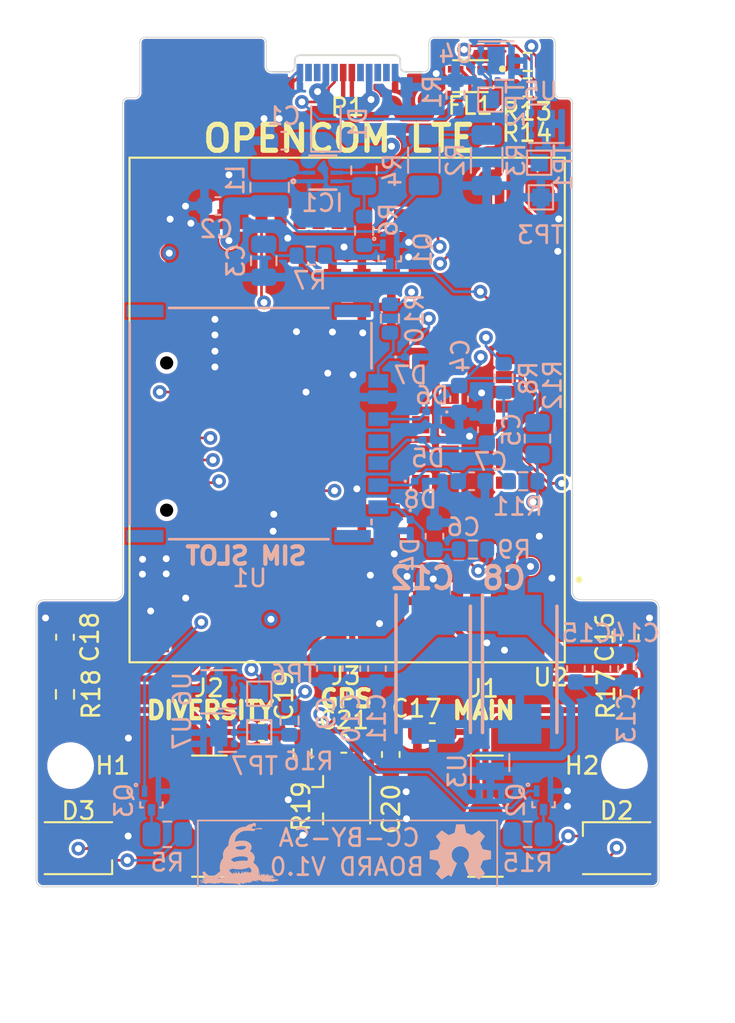
<source format=kicad_pcb>
(kicad_pcb (version 20221018) (generator pcbnew)

  (general
    (thickness 0.8)
  )

  (paper "A4")
  (title_block
    (title "openCom LTE")
    (rev "v1.0")
    (company "Liberated Embedded Systems")
    (comment 1 "Licensed under Creative Commons Attribution 4.0.")
    (comment 4 "https://liberatedsystems.co.uk")
  )

  (layers
    (0 "F.Cu" signal)
    (1 "In1.Cu" signal)
    (2 "In2.Cu" signal)
    (31 "B.Cu" signal)
    (32 "B.Adhes" user "B.Adhesive")
    (33 "F.Adhes" user "F.Adhesive")
    (34 "B.Paste" user)
    (35 "F.Paste" user)
    (36 "B.SilkS" user "B.Silkscreen")
    (37 "F.SilkS" user "F.Silkscreen")
    (38 "B.Mask" user)
    (39 "F.Mask" user)
    (40 "Dwgs.User" user "User.Drawings")
    (41 "Cmts.User" user "User.Comments")
    (42 "Eco1.User" user "User.Eco1")
    (43 "Eco2.User" user "User.Eco2")
    (44 "Edge.Cuts" user)
    (45 "Margin" user)
    (46 "B.CrtYd" user "B.Courtyard")
    (47 "F.CrtYd" user "F.Courtyard")
    (48 "B.Fab" user)
    (49 "F.Fab" user)
    (50 "User.1" user)
    (51 "User.2" user)
    (52 "User.3" user)
    (53 "User.4" user)
    (54 "User.5" user)
    (55 "User.6" user)
    (56 "User.7" user)
    (57 "User.8" user)
    (58 "User.9" user)
  )

  (setup
    (stackup
      (layer "F.SilkS" (type "Top Silk Screen"))
      (layer "F.Paste" (type "Top Solder Paste"))
      (layer "F.Mask" (type "Top Solder Mask") (thickness 0.01))
      (layer "F.Cu" (type "copper") (thickness 0.035))
      (layer "dielectric 1" (type "prepreg") (thickness 0.1) (material "FR4") (epsilon_r 4.5) (loss_tangent 0.02))
      (layer "In1.Cu" (type "copper") (thickness 0.035))
      (layer "dielectric 2" (type "core") (thickness 0.44) (material "FR4") (epsilon_r 4.5) (loss_tangent 0.02))
      (layer "In2.Cu" (type "copper") (thickness 0.035))
      (layer "dielectric 3" (type "prepreg") (thickness 0.1) (material "FR4") (epsilon_r 4.5) (loss_tangent 0.02))
      (layer "B.Cu" (type "copper") (thickness 0.035))
      (layer "B.Mask" (type "Bottom Solder Mask") (thickness 0.01))
      (layer "B.Paste" (type "Bottom Solder Paste"))
      (layer "B.SilkS" (type "Bottom Silk Screen"))
      (copper_finish "None")
      (dielectric_constraints no)
    )
    (pad_to_mask_clearance 0)
    (pcbplotparams
      (layerselection 0x00010fc_ffffffff)
      (plot_on_all_layers_selection 0x0000000_00000000)
      (disableapertmacros false)
      (usegerberextensions false)
      (usegerberattributes true)
      (usegerberadvancedattributes true)
      (creategerberjobfile true)
      (dashed_line_dash_ratio 12.000000)
      (dashed_line_gap_ratio 3.000000)
      (svgprecision 4)
      (plotframeref false)
      (viasonmask false)
      (mode 1)
      (useauxorigin false)
      (hpglpennumber 1)
      (hpglpenspeed 20)
      (hpglpendiameter 15.000000)
      (dxfpolygonmode true)
      (dxfimperialunits true)
      (dxfusepcbnewfont true)
      (psnegative false)
      (psa4output false)
      (plotreference true)
      (plotvalue true)
      (plotinvisibletext false)
      (sketchpadsonfab false)
      (subtractmaskfromsilk false)
      (outputformat 1)
      (mirror false)
      (drillshape 0)
      (scaleselection 1)
      (outputdirectory "gen/")
    )
  )

  (net 0 "")
  (net 1 "VBUS")
  (net 2 "GND")
  (net 3 "+3V8")
  (net 4 "/POWER_GOOD")
  (net 5 "/USIM_PRESENCE")
  (net 6 "/ANT_MAIN")
  (net 7 "/ANT_DIV")
  (net 8 "/ANT_GNSS")
  (net 9 "Net-(J3-In)")
  (net 10 "Net-(D1-A)")
  (net 11 "Net-(D2-K)")
  (net 12 "Net-(D3-K)")
  (net 13 "/USB_D+")
  (net 14 "/USB_D-")
  (net 15 "Net-(IC1-SW)")
  (net 16 "Net-(IC1-FB)")
  (net 17 "Net-(IC1-PG)")
  (net 18 "Net-(P1-CC)")
  (net 19 "unconnected-(P1-VCONN-PadB5)")
  (net 20 "Net-(Q1-B)")
  (net 21 "Net-(Q1-C)")
  (net 22 "/NETLIGHT")
  (net 23 "Net-(Q2-C)")
  (net 24 "/STATUS")
  (net 25 "Net-(Q3-C)")
  (net 26 "/USIM_RST")
  (net 27 "/USIM_CLK")
  (net 28 "/VDD_EXT")
  (net 29 "/USIM_DATA")
  (net 30 "Net-(R13-Pad1)")
  (net 31 "Net-(R14-Pad1)")
  (net 32 "Net-(R16-Pad2)")
  (net 33 "Net-(U2-USB_BOOT)")
  (net 34 "unconnected-(U1-VPP-PadC6)")
  (net 35 "unconnected-(U2-RESET_N-Pad17)")
  (net 36 "unconnected-(U2-PCM_DOUT-Pad7)")
  (net 37 "unconnected-(U2-PCM_DIN-Pad6)")
  (net 38 "unconnected-(U2-PCM_SYNC-Pad5)")
  (net 39 "unconnected-(U2-PCM_CLK-Pad4)")
  (net 40 "unconnected-(U2-RI-Pad39)")
  (net 41 "unconnected-(U2-DCD-Pad38)")
  (net 42 "unconnected-(U2-RTS-Pad37)")
  (net 43 "unconnected-(U2-CTS-Pad36)")
  (net 44 "unconnected-(U2-TXD-Pad35)")
  (net 45 "unconnected-(U2-RXD-Pad34)")
  (net 46 "unconnected-(U2-I2C_SCL-Pad40)")
  (net 47 "unconnected-(U2-I2C_SDA-Pad41)")
  (net 48 "unconnected-(U2-ADC0-Pad24)")
  (net 49 "unconnected-(U2-AP_READY-Pad19)")
  (net 50 "unconnected-(U2-DTR-Pad30)")
  (net 51 "unconnected-(U2-SPI_MISO-Pad28)")
  (net 52 "unconnected-(U2-SPI_MOSI-Pad27)")
  (net 53 "unconnected-(U2-SPI_CLK-Pad26)")
  (net 54 "unconnected-(U2-USIM2_RST-Pad85)")
  (net 55 "unconnected-(U2-USIM2_CLK-Pad84)")
  (net 56 "unconnected-(U2-USIM2_PRESENCE-Pad83)")
  (net 57 "unconnected-(U2-USIM2_DATA-Pad86)")
  (net 58 "unconnected-(U2-USIM2_VDD-Pad87)")
  (net 59 "/USIM_VDD")
  (net 60 "Net-(U1-RST)")
  (net 61 "Net-(U1-CLK)")
  (net 62 "Net-(U1-I{slash}O)")
  (net 63 "Net-(C17-Pad1)")
  (net 64 "Net-(C19-Pad1)")
  (net 65 "/USBC_D+")
  (net 66 "/USBC_D-")
  (net 67 "unconnected-(U2-RESERVED-Pad18)")
  (net 68 "unconnected-(U2-DBG_RXD-Pad22)")
  (net 69 "unconnected-(U2-DBG_TXD-Pad23)")

  (footprint "CONSMA002-SMD:LINX_CONSMA002-SMD" (layer "F.Cu") (at 151.72 142.15))

  (footprint "Resistor_SMD:R_0603_1608Metric" (layer "F.Cu") (at 154.15 98.575 180))

  (footprint "Resistor_SMD:R_0603_1608Metric_Pad0.98x0.95mm_HandSolder" (layer "F.Cu") (at 160.05 135.1125 -90))

  (footprint "LED_SMD:LED_Cree-PLCC4_3.2x2.8mm_CCW" (layer "F.Cu") (at 128.2 144 180))

  (footprint "Capacitor_SMD:C_0603_1608Metric_Pad1.08x0.95mm_HandSolder" (layer "F.Cu") (at 146.25 138.5875 -90))

  (footprint "Resistor_SMD:R_0603_1608Metric_Pad0.98x0.95mm_HandSolder" (layer "F.Cu") (at 141.15 138.5375 -90))

  (footprint "Connector_USB:USB_C_Plug_Molex_105444" (layer "F.Cu") (at 143.75 99.15))

  (footprint "MountingHole:MountingHole_2.2mm_M2" (layer "F.Cu") (at 159.75 139.23))

  (footprint "LED_SMD:LED_Cree-PLCC4_3.2x2.8mm_CCW" (layer "F.Cu") (at 159.3 144))

  (footprint "CONSMA002-SMD:LINX_CONSMA002-SMD" (layer "F.Cu") (at 135.77 142.15))

  (footprint "Capacitor_SMD:C_0603_1608Metric_Pad1.08x0.95mm_HandSolder" (layer "F.Cu") (at 160.05 131.8125 90))

  (footprint "Capacitor_SMD:C_0603_1608Metric_Pad1.08x0.95mm_HandSolder" (layer "F.Cu") (at 138.7675 137.29))

  (footprint "Capacitor_SMD:C_0603_1608Metric_Pad1.08x0.95mm_HandSolder" (layer "F.Cu") (at 127.425 131.8125 90))

  (footprint "Capacitor_SMD:C_0603_1608Metric_Pad1.08x0.95mm_HandSolder" (layer "F.Cu") (at 148.6475 137.29 180))

  (footprint "Capacitor_SMD:C_0603_1608Metric_Pad1.08x0.95mm_HandSolder" (layer "F.Cu") (at 143.5375 137.975))

  (footprint "Resistor_SMD:R_0603_1608Metric_Pad0.98x0.95mm_HandSolder" (layer "F.Cu") (at 127.425 135.1125 -90))

  (footprint "MountingHole:MountingHole_2.2mm_M2" (layer "F.Cu") (at 127.75 139.23))

  (footprint "Resistor_SMD:R_0603_1608Metric" (layer "F.Cu") (at 154.15 100.05 180))

  (footprint "DLW21SN900SQ2L:FIL_DLW21SN900SQ2L" (layer "F.Cu") (at 150.85 99.4 180))

  (footprint "EG95:XCVR_EG95" (layer "F.Cu")
    (tstamp f851ed5b-4e23-405b-b1aa-e8d65dde7576)
    (at 143.73 118.685 180)
    (property "MANUFACTURER" "Quectel")
    (property "MAXIMUM_PACKAGE_HEIGHT" "2.5mm")
    (property "PARTREV" "1.5")
    (property "STANDARD" "Manufacturer Recommendations")
    (property "Sheetfile" "opencom-lte.kicad_sch")
    (property "Sheetname" "")
    (path "/e6a6b14f-fc94-4e9b-b34c-71e0e50cdc39")
    (attr smd)
    (fp_text reference "U2" (at -11.76 -15.445) (layer "F.SilkS")
        (effects (font (size 1 1) (thickness 0.153)))
      (tstamp 1d464947-5842-4187-a9bd-c30a4e55b624)
    )
    (fp_text value "EG95" (at -12.635 15.715) (layer "F.Fab")
        (effects (font (size 1 1) (thickness 0.15)))
      (tstamp 7b80973e-b338-4301-a0a8-35a68cefc798)
    )
    (fp_circle (center -5.95 -4.25) (end -5.478 -4.25)
      (stroke (width 0) (type solid)) (fill solid) (layer "F.Paste") (tstamp 67d3b74d-81a9-43e5-82a0-a58ecb94a205))
    (fp_circle (center -5.95 -2.55) (end -5.478 -2.55)
      (stroke (width 0) (type solid)) (fill solid) (layer "F.Paste") (tstamp 12d7749c-79c9-41a7-b0f5-19f3bfe17632))
    (fp_circle (center -5.95 -0.85) (end -5.478 -0.85)
      (stroke (width 0) (type solid)) (fill solid) (layer "F.Paste") (tstamp 4e384b70-bee1-4f3c-923a-35ca47ab2658))
    (fp_circle (center -5.95 0.85) (end -5.478 0.85)
      (stroke (width 0) (type solid)) (fill solid) (layer "F.Paste") (tstamp 6d05fc8f-1146-4558-87f4-124d02db3765))
    (fp_circle (center -5.95 2.55) (end -5.478 2.55)
      (stroke (width 0) (type solid)) (fill solid) (layer "F.Paste") (tstamp 357ed333-a131-4460-9f03-f99d16791163))
    (fp_circle (center -5.95 4.25) (end -5.478 4.25)
      (stroke (width 0) (type solid)) (fill solid) (layer "F.Paste") (tstamp 63f94867-3c9e-4667-930a-fee0f1e2ebe2))
    (fp_circle (center -4.25 -4.25) (end -3.778 -4.25)
      (stroke (width 0) (type solid)) (fill solid) (layer "F.Paste") (tstamp 13cc66c6-7510-4e83-a694-d08949b734e5))
    (fp_circle (center -4.25 -2.55) (end -3.778 -2.55)
      (stroke (width 0) (type solid)) (fill solid) (layer "F.Paste") (tstamp 8c7a9cf3-ddbd-4b7c-bebc-49031a5e6d73))
    (fp_circle (center -4.25 -0.85) (end -3.778 -0.85)
      (stroke (width 0) (type solid)) (fill solid) (layer "F.Paste") (tstamp 3d9d3b4e-af9b-4dbc-9336-c29b3746faba))
    (fp_circle (center -4.25 0.85) (end -3.778 0.85)
      (stroke (width 0) (type solid)) (fill solid) (layer "F.Paste") (tstamp 690ddcd6-4d8e-42c0-ad75-ff9db3797b01))
    (fp_circle (center -4.25 2.55) (end -3.778 2.55)
      (stroke (width 0) (type solid)) (fill solid) (layer "F.Paste") (tstamp 75b36f97-51b2-4f40-b557-750c42c33062))
    (fp_circle (center -4.25 4.25) (end -3.778 4.25)
      (stroke (width 0) (type solid)) (fill solid) (layer "F.Paste") (tstamp 4e758d36-1513-487c-9267-fc087fa18d60))
    (fp_circle (center -2.55 -7.65) (end -2.078 -7.65)
      (stroke (width 0) (type solid)) (fill solid) (layer "F.Paste") (tstamp 3633692c-49f1-42ca-94b0-b891b5a33b8a))
    (fp_circle (center -2.55 -5.95) (end -2.078 -5.95)
      (stroke (width 0) (type solid)) (fill solid) (layer "F.Paste") (tstamp daf7962a-2a44-472f-b9c9-8c84ea1849f8))
    (fp_circle (center -2.55 5.95) (end -2.078 5.95)
      (stroke (width 0) (type solid)) (fill solid) (layer "F.Paste") (tstamp 32fabbac-dc5d-4778-92ac-b5c62bce09fe))
    (fp_circle (center -2.55 7.65) (end -2.078 7.65)
      (stroke (width 0) (type solid)) (fill solid) (layer "F.Paste") (tstamp b9df1aa6-a689-4293-8753-7c59f8230178))
    (fp_circle (center -0.85 -7.65) (end -0.378 -7.65)
      (stroke (width 0) (type solid)) (fill solid) (layer "F.Paste") (tstamp 4d0be172-5136-470d-b73a-7a8cb51ed73c))
    (fp_circle (center -0.85 -5.95) (end -0.378 -5.95)
      (stroke (width 0) (type solid)) (fill solid) (layer "F.Paste") (tstamp e9ad7bc7-db7f-41e8-8090-37c9b439c87a))
    (fp_circle (center -0.85 5.95) (end -0.378 5.95)
      (stroke (width 0) (type solid)) (fill solid) (layer "F.Paste") (tstamp 4a30cd4e-e496-41e4-82a6-3686d3ecb188))
    (fp_circle (center -0.85 7.65) (end -0.378 7.65)
      (stroke (width 0) (type solid)) (fill solid) (layer "F.Paste") (tstamp 55b8e7ce-c026-444a-87d3-c25fb53b51c9))
    (fp_circle (center 0.85 -7.65) (end 1.322 -7.65)
      (stroke (width 0) (type solid)) (fill solid) (layer "F.Paste") (tstamp 32b20396-c9b0-4873-b9ba-fa2c66fc98d1))
    (fp_circle (center 0.85 -5.95) (end 1.322 -5.95)
      (stroke (width 0) (type solid)) (fill solid) (layer "F.Paste") (tstamp e03b0b90-06f2-4e0d-a234-628bf843efeb))
    (fp_circle (center 0.85 5.95) (end 1.322 5.95)
      (stroke (width 0) (type solid)) (fill solid) (layer "F.Paste") (tstamp 117ba3fd-2c95-455c-a1fb-79870f2b7c3e))
    (fp_circle (center 0.85 7.65) (end 1.322 7.65)
      (stroke (width 0) (type solid)) (fill solid) (layer "F.Paste") (tstamp 9cebe8bb-5944-4532-84f3-4db69cb5a267))
    (fp_circle (center 2.55 -7.65) (end 3.022 -7.65)
      (stroke (width 0) (type solid)) (fill solid) (layer "F.Paste") (tstamp 4591d32e-0bfd-40f2-a436-d8c4a8df7b9c))
    (fp_circle (center 2.55 -5.95) (end 3.022 -5.95)
      (stroke (width 0) (type solid)) (fill solid) (layer "F.Paste") (tstamp 27feb6eb-48a0-44e1-945e-be4be8aa40cb))
    (fp_circle (center 2.55 5.95) (end 3.022 5.95)
      (stroke (width 0) (type solid)) (fill solid) (layer "F.Paste") (tstamp d0d20436-b778-4fa3-9675-56b791c3d56f))
    (fp_circle (center 2.55 7.65) (end 3.022 7.65)
      (stroke (width 0) (type solid)) (fill solid) (layer "F.Paste") (tstamp defa867d-6b76-49c8-bb58-cf6b459a29a2))
    (fp_circle (center 4.25 -4.25) (end 4.722 -4.25)
      (stroke (width 0) (type solid)) (fill solid) (layer "F.Paste") (tstamp 025de2ef-81a6-402c-bdfe-0f3340f36076))
    (fp_circle (center 4.25 -2.55) (end 4.722 -2.55)
      (stroke (width 0) (type solid)) (fill solid) (layer "F.Paste") (tstamp 920f3030-f3a9-49d9-98b1-ba1e7a6cde5b))
    (fp_circle (center 4.25 -0.85) (end 4.722 -0.85)
      (stroke (width 0) (type solid)) (fill solid) (layer "F.Paste") (tstamp cf2d715c-b57e-4e29-b1b7-62efa84a9561))
    (fp_circle (center 4.25 0.85) (end 4.722 0.85)
      (stroke (width 0) (type solid)) (fill solid) (layer "F.Paste") (tstamp ca71414b-1dcf-458c-9ec7-99f7644ea8d3))
    (fp_circle (center 4.25 2.55) (end 4.722 2.55)
      (stroke (width 0) (type solid)) (fill solid) (layer "F.Paste") (tstamp c74df507-238b-4f61-b908-673a0ad914c0))
    (fp_circle (center 4.25 4.25) (end 4.722 4.25)
      (stroke (width 0) (type solid)) (fill solid) (layer "F.Paste") (tstamp 89941a95-52f2-4f01-b5ae-ea2ee97dc086))
    (fp_circle (center 5.95 -4.25) (end 6.422 -4.25)
      (stroke (width 0) (type solid)) (fill solid) (layer "F.Paste") (tstamp 464d7fed-1c31-488c-ad54-5f06dec5a552))
    (fp_circle (center 5.95 -2.55) (end 6.422 -2.55)
      (stroke (width 0) (type solid)) (fill solid) (layer "F.Paste") (tstamp 7989918b-1f57-4399-89ef-f58e0c36eb2c))
    (fp_circle (center 5.95 -0.85) (end 6.422 -0.85)
      (stroke (width 0) (type solid)) (fill solid) (layer "F.Paste") (tstamp 338601a2-47bf-49f9-ba85-32e5a710140d))
    (fp_circle (center 5.95 0.85) (end 6.422 0.85)
      (stroke (width 0) (type solid)) (fill solid) (layer "F.Paste") (tstamp 12da4203-b063-4a2b-968e-3657dc112560))
    (fp_circle (center 5.95 2.55) (end 6.422 2.55)
      (stroke (width 0) (type solid)) (fill solid) (layer "F.Paste") (tstamp 7f6528a6-3a92-4aca-ba64-fc076fca4400))
    (fp_circle (center 5.95 4.25) (end 6.422 4.25)
      (stroke (width 0) (type solid)) (fill solid) (layer "F.Paste") (tstamp faf3a879-e27f-4ff1-b81f-1530938d56fc))
    (fp_poly
      (pts
        (xy -11.66 -13.66)
        (xy -10.64 -13.66)
        (xy -10.64 -12.64)
        (xy -11.66 -12.64)
      )

      (stroke (width 0.01) (type solid)) (fill solid) (layer "F.Paste") (tstamp a4cf9f7c-fc80-4a6e-8aed-8618a06b9c70))
    (fp_poly
      (pts
        (xy -10.54 13.56)
        (xy -10.78 13.56)
        (xy -11.56 12.78)
        (xy -11.56 12.54)
        (xy -10.54 12.54)
      )

      (stroke (width 0.0001) (type solid)) (fill solid) (layer "F.Paste") (tstamp 36e8bdf4-fab0-480a-ae07-fd85752c3d27))
    (fp_poly
      (pts
        (xy -10.54 13.56)
        (xy -10.78 13.56)
        (xy -11.56 12.78)
        (xy -11.56 12.54)
        (xy -10.54 12.54)
      )

      (stroke (width 0.0001) (type solid)) (fill solid) (layer "F.Paste") (tstamp fb33d6b7-c026-42c4-b8ab-e0e13b2d656e))
    (fp_poly
      (pts
        (xy 10.54 -13.56)
        (xy 10.78 -13.56)
        (xy 11.56 -12.78)
        (xy 11.56 -12.54)
        (xy 10.54 -12.54)
      )

      (stroke (width 0.0001) (type solid)) (fill solid) (layer "F.Paste") (tstamp 74c62a22-a856-4ac7-bb7a-1febdc12e728))
    (fp_poly
      (pts
        (xy 10.54 13.56)
        (xy 10.78 13.56)
        (xy 11.56 12.78)
        (xy 11.56 12.54)
        (xy 10.54 12.54)
      )

      (stroke (width 0.0001) (type solid)) (fill solid) (layer "F.Paste") (tstamp c4360858-c8a5-42dc-836e-f31e91c33908))
    (fp_poly
      (pts
        (xy -9.525 -9.98)
        (xy -8.825 -9.98)
        (xy -8.819 -9.98)
        (xy -8.814 -9.979)
        (xy -8.808 -9.979)
        (xy -8.802 -9.978)
        (xy -8.797 -9.976)
        (xy -8.791 -9.975)
        (xy -8.786 -9.973)
        (xy -8.78 -9.97)
        (xy -8.775 -9.968)
        (xy -8.77 -9.965)
        (xy -8.765 -9.962)
        (xy -8.76 -9.959)
        (xy -8.756 -9.955)
        (xy -8.751 -9.952)
        (xy -8.747 -9.948)
        (xy -8.743 -9.944)
        (xy -8.74 -9.939)
        (xy -8.736 -9.935)
        (xy -8.733 -9.93)
        (xy -8.73 -9.925)
        (xy -8.727 -9.92)
        (xy -8.725 -9.915)
        (xy -8.722 -9.909)
        (xy -8.72 -9.904)
        (xy -8.719 -9.898)
        (xy -8.717 -9.893)
        (xy -8.716 -9.887)
        (xy -8.716 -9.881)
        (xy -8.715 -9.876)
        (xy -8.715 -9.87)
        (xy -8.715 -9.53)
        (xy -8.715 -9.524)
        (xy -8.716 -9.519)
        (xy -8.716 -9.513)
        (xy -8.717 -9.507)
        (xy -8.719 -9.502)
        (xy -8.72 -9.496)
        (xy -8.722 -9.491)
        (xy -8.725 -9.485)
        (xy -8.727 -9.48)
        (xy -8.73 -9.475)
        (xy -8.733 -9.47)
        (xy -8.736 -9.465)
        (xy -8.74 -9.461)
        (xy -8.743 -9.456)
        (xy -8.747 -9.452)
        (xy -8.751 -9.448)
        (xy -8.756 -9.445)
        (xy -8.76 -9.441)
        (xy -8.765 -9.438)
        (xy -8.77 -9.435)
        (xy -8.775 -9.432)
        (xy -8.78 -9.43)
        (xy -8.786 -9.427)
        (xy -8.791 -9.425)
        (xy -8.797 -9.424)
        (xy -8.802 -9.422)
        (xy -8.808 -9.421)
        (xy -8.814 -9.421)
        (xy -8.819 -9.42)
        (xy -8.825 -9.42)
        (xy -9.525 -9.42)
        (xy -9.531 -9.42)
        (xy -9.536 -9.421)
        (xy -9.542 -9.421)
        (xy -9.548 -9.422)
        (xy -9.553 -9.424)
        (xy -9.559 -9.425)
        (xy -9.564 -9.427)
        (xy -9.57 -9.43)
        (xy -9.575 -9.432)
        (xy -9.58 -9.435)
        (xy -9.585 -9.438)
        (xy -9.59 -9.441)
        (xy -9.594 -9.445)
        (xy -9.599 -9.448)
        (xy -9.603 -9.452)
        (xy -9.607 -9.456)
        (xy -9.61 -9.461)
        (xy -9.614 -9.465)
        (xy -9.617 -9.47)
        (xy -9.62 -9.475)
        (xy -9.623 -9.48)
        (xy -9.625 -9.485)
        (xy -9.628 -9.491)
        (xy -9.63 -9.496)
        (xy -9.631 -9.502)
        (xy -9.633 -9.507)
        (xy -9.634 -9.513)
        (xy -9.634 -9.519)
        (xy -9.635 -9.524)
        (xy -9.635 -9.53)
        (xy -9.635 -9.87)
        (xy -9.635 -9.876)
        (xy -9.634 -9.881)
        (xy -9.634 -9.887)
        (xy -9.633 -9.893)
        (xy -9.631 -9.898)
        (xy -9.63 -9.904)
        (xy -9.628 -9.909)
        (xy -9.625 -9.915)
        (xy -9.623 -9.92)
        (xy -9.62 -9.925)
        (xy -9.617 -9.93)
        (xy -9.614 -9.935)
        (xy -9.61 -9.939)
        (xy -9.607 -9.944)
        (xy -9.603 -9.948)
        (xy -9.599 -9.952)
        (xy -9.594 -9.955)
        (xy -9.59 -9.959)
        (xy -9.585 -9.962)
        (xy -9.58 -9.965)
        (xy -9.575 -9.968)
        (xy -9.57 -9.97)
        (xy -9.564 -9.973)
        (xy -9.559 -9.975)
        (xy -9.553 -9.976)
        (xy -9.548 -9.978)
        (xy -9.542 -9.979)
        (xy -9.536 -9.979)
        (xy -9.531 -9.98)
        (xy -9.525 -9.98)
      )

      (stroke (width 0.0001) (type solid)) (fill solid) (layer "F.Paste") (tstamp 381fb920-c57b-4d2c-bff1-181bec3e7f23))
    (fp_poly
      (pts
        (xy -9.525 -8.88)
        (xy -8.825 -8.88)
        (xy -8.819 -8.88)
        (xy -8.814 -8.879)
        (xy -8.808 -8.879)
        (xy -8.802 -8.878)
        (xy -8.797 -8.876)
        (xy -8.791 -8.875)
        (xy -8.786 -8.873)
        (xy -8.78 -8.87)
        (xy -8.775 -8.868)
        (xy -8.77 -8.865)
        (xy -8.765 -8.862)
        (xy -8.76 -8.859)
        (xy -8.756 -8.855)
        (xy -8.751 -8.852)
        (xy -8.747 -8.848)
        (xy -8.743 -8.844)
        (xy -8.74 -8.839)
        (xy -8.736 -8.835)
        (xy -8.733 -8.83)
        (xy -8.73 -8.825)
        (xy -8.727 -8.82)
        (xy -8.725 -8.815)
        (xy -8.722 -8.809)
        (xy -8.72 -8.804)
        (xy -8.719 -8.798)
        (xy -8.717 -8.793)
        (xy -8.716 -8.787)
        (xy -8.716 -8.781)
        (xy -8.715 -8.776)
        (xy -8.715 -8.77)
        (xy -8.715 -8.43)
        (xy -8.715 -8.424)
        (xy -8.716 -8.419)
        (xy -8.716 -8.413)
        (xy -8.717 -8.407)
        (xy -8.719 -8.402)
        (xy -8.72 -8.396)
        (xy -8.722 -8.391)
        (xy -8.725 -8.385)
        (xy -8.727 -8.38)
        (xy -8.73 -8.375)
        (xy -8.733 -8.37)
        (xy -8.736 -8.365)
        (xy -8.74 -8.361)
        (xy -8.743 -8.356)
        (xy -8.747 -8.352)
        (xy -8.751 -8.348)
        (xy -8.756 -8.345)
        (xy -8.76 -8.341)
        (xy -8.765 -8.338)
        (xy -8.77 -8.335)
        (xy -8.775 -8.332)
        (xy -8.78 -8.33)
        (xy -8.786 -8.327)
        (xy -8.791 -8.325)
        (xy -8.797 -8.324)
        (xy -8.802 -8.322)
        (xy -8.808 -8.321)
        (xy -8.814 -8.321)
        (xy -8.819 -8.32)
        (xy -8.825 -8.32)
        (xy -9.525 -8.32)
        (xy -9.531 -8.32)
        (xy -9.536 -8.321)
        (xy -9.542 -8.321)
        (xy -9.548 -8.322)
        (xy -9.553 -8.324)
        (xy -9.559 -8.325)
        (xy -9.564 -8.327)
        (xy -9.57 -8.33)
        (xy -9.575 -8.332)
        (xy -9.58 -8.335)
        (xy -9.585 -8.338)
        (xy -9.59 -8.341)
        (xy -9.594 -8.345)
        (xy -9.599 -8.348)
        (xy -9.603 -8.352)
        (xy -9.607 -8.356)
        (xy -9.61 -8.361)
        (xy -9.614 -8.365)
        (xy -9.617 -8.37)
        (xy -9.62 -8.375)
        (xy -9.623 -8.38)
        (xy -9.625 -8.385)
        (xy -9.628 -8.391)
        (xy -9.63 -8.396)
        (xy -9.631 -8.402)
        (xy -9.633 -8.407)
        (xy -9.634 -8.413)
        (xy -9.634 -8.419)
        (xy -9.635 -8.424)
        (xy -9.635 -8.43)
        (xy -9.635 -8.77)
        (xy -9.635 -8.776)
        (xy -9.634 -8.781)
        (xy -9.634 -8.787)
        (xy -9.633 -8.793)
        (xy -9.631 -8.798)
        (xy -9.63 -8.804)
        (xy -9.628 -8.809)
        (xy -9.625 -8.815)
        (xy -9.623 -8.82)
        (xy -9.62 -8.825)
        (xy -9.617 -8.83)
        (xy -9.614 -8.835)
        (xy -9.61 -8.839)
        (xy -9.607 -8.844)
        (xy -9.603 -8.848)
        (xy -9.599 -8.852)
        (xy -9.594 -8.855)
        (xy -9.59 -8.859)
        (xy -9.585 -8.862)
        (xy -9.58 -8.865)
        (xy -9.575 -8.868)
        (xy -9.57 -8.87)
        (xy -9.564 -8.873)
        (xy -9.559 -8.875)
        (xy -9.553 -8.876)
        (xy -9.548 -8.878)
        (xy -9.542 -8.879)
        (xy -9.536 -8.879)
        (xy -9.531 -8.88)
        (xy -9.525 -8.88)
      )

      (stroke (width 0.0001) (type solid)) (fill solid) (layer "F.Paste") (tstamp 15a79106-df97-4493-8a49-601ca5566463))
    (fp_poly
      (pts
        (xy -9.525 -7.78)
        (xy -8.825 -7.78)
        (xy -8.819 -7.78)
        (xy -8.814 -7.779)
        (xy -8.808 -7.779)
        (xy -8.802 -7.778)
        (xy -8.797 -7.776)
        (xy -8.791 -7.775)
        (xy -8.786 -7.773)
        (xy -8.78 -7.77)
        (xy -8.775 -7.768)
        (xy -8.77 -7.765)
        (xy -8.765 -7.762)
        (xy -8.76 -7.759)
        (xy -8.756 -7.755)
        (xy -8.751 -7.752)
        (xy -8.747 -7.748)
        (xy -8.743 -7.744)
        (xy -8.74 -7.739)
        (xy -8.736 -7.735)
        (xy -8.733 -7.73)
        (xy -8.73 -7.725)
        (xy -8.727 -7.72)
        (xy -8.725 -7.715)
        (xy -8.722 -7.709)
        (xy -8.72 -7.704)
        (xy -8.719 -7.698)
        (xy -8.717 -7.693)
        (xy -8.716 -7.687)
        (xy -8.716 -7.681)
        (xy -8.715 -7.676)
        (xy -8.715 -7.67)
        (xy -8.715 -7.33)
        (xy -8.715 -7.324)
        (xy -8.716 -7.319)
        (xy -8.716 -7.313)
        (xy -8.717 -7.307)
        (xy -8.719 -7.302)
        (xy -8.72 -7.296)
        (xy -8.722 -7.291)
        (xy -8.725 -7.285)
        (xy -8.727 -7.28)
        (xy -8.73 -7.275)
        (xy -8.733 -7.27)
        (xy -8.736 -7.265)
        (xy -8.74 -7.261)
        (xy -8.743 -7.256)
        (xy -8.747 -7.252)
        (xy -8.751 -7.248)
        (xy -8.756 -7.245)
        (xy -8.76 -7.241)
        (xy -8.765 -7.238)
        (xy -8.77 -7.235)
        (xy -8.775 -7.232)
        (xy -8.78 -7.23)
        (xy -8.786 -7.227)
        (xy -8.791 -7.225)
        (xy -8.797 -7.224)
        (xy -8.802 -7.222)
        (xy -8.808 -7.221)
        (xy -8.814 -7.221)
        (xy -8.819 -7.22)
        (xy -8.825 -7.22)
        (xy -9.525 -7.22)
        (xy -9.531 -7.22)
        (xy -9.536 -7.221)
        (xy -9.542 -7.221)
        (xy -9.548 -7.222)
        (xy -9.553 -7.224)
        (xy -9.559 -7.225)
        (xy -9.564 -7.227)
        (xy -9.57 -7.23)
        (xy -9.575 -7.232)
        (xy -9.58 -7.235)
        (xy -9.585 -7.238)
        (xy -9.59 -7.241)
        (xy -9.594 -7.245)
        (xy -9.599 -7.248)
        (xy -9.603 -7.252)
        (xy -9.607 -7.256)
        (xy -9.61 -7.261)
        (xy -9.614 -7.265)
        (xy -9.617 -7.27)
        (xy -9.62 -7.275)
        (xy -9.623 -7.28)
        (xy -9.625 -7.285)
        (xy -9.628 -7.291)
        (xy -9.63 -7.296)
        (xy -9.631 -7.302)
        (xy -9.633 -7.307)
        (xy -9.634 -7.313)
        (xy -9.634 -7.319)
        (xy -9.635 -7.324)
        (xy -9.635 -7.33)
        (xy -9.635 -7.67)
        (xy -9.635 -7.676)
        (xy -9.634 -7.681)
        (xy -9.634 -7.687)
        (xy -9.633 -7.693)
        (xy -9.631 -7.698)
        (xy -9.63 -7.704)
        (xy -9.628 -7.709)
        (xy -9.625 -7.715)
        (xy -9.623 -7.72)
        (xy -9.62 -7.725)
        (xy -9.617 -7.73)
        (xy -9.614 -7.735)
        (xy -9.61 -7.739)
        (xy -9.607 -7.744)
        (xy -9.603 -7.748)
        (xy -9.599 -7.752)
        (xy -9.594 -7.755)
        (xy -9.59 -7.759)
        (xy -9.585 -7.762)
        (xy -9.58 -7.765)
        (xy -9.575 -7.768)
        (xy -9.57 -7.77)
        (xy -9.564 -7.773)
        (xy -9.559 -7.775)
        (xy -9.553 -7.776)
        (xy -9.548 -7.778)
        (xy -9.542 -7.779)
        (xy -9.536 -7.779)
        (xy -9.531 -7.78)
        (xy -9.525 -7.78)
      )

      (stroke (width 0.0001) (type solid)) (fill solid) (layer "F.Paste") (tstamp 0c575af3-6ed1-46a3-bfde-38643bb7e524))
    (fp_poly
      (pts
        (xy -9.525 -6.68)
        (xy -8.825 -6.68)
        (xy -8.819 -6.68)
        (xy -8.814 -6.679)
        (xy -8.808 -6.679)
        (xy -8.802 -6.678)
        (xy -8.797 -6.676)
        (xy -8.791 -6.675)
        (xy -8.786 -6.673)
        (xy -8.78 -6.67)
        (xy -8.775 -6.668)
        (xy -8.77 -6.665)
        (xy -8.765 -6.662)
        (xy -8.76 -6.659)
        (xy -8.756 -6.655)
        (xy -8.751 -6.652)
        (xy -8.747 -6.648)
        (xy -8.743 -6.644)
        (xy -8.74 -6.639)
        (xy -8.736 -6.635)
        (xy -8.733 -6.63)
        (xy -8.73 -6.625)
        (xy -8.727 -6.62)
        (xy -8.725 -6.615)
        (xy -8.722 -6.609)
        (xy -8.72 -6.604)
        (xy -8.719 -6.598)
        (xy -8.717 -6.593)
        (xy -8.716 -6.587)
        (xy -8.716 -6.581)
        (xy -8.715 -6.576)
        (xy -8.715 -6.57)
        (xy -8.715 -6.23)
        (xy -8.715 -6.224)
        (xy -8.716 -6.219)
        (xy -8.716 -6.213)
        (xy -8.717 -6.207)
        (xy -8.719 -6.202)
        (xy -8.72 -6.196)
        (xy -8.722 -6.191)
        (xy -8.725 -6.185)
        (xy -8.727 -6.18)
        (xy -8.73 -6.175)
        (xy -8.733 -6.17)
        (xy -8.736 -6.165)
        (xy -8.74 -6.161)
        (xy -8.743 -6.156)
        (xy -8.747 -6.152)
        (xy -8.751 -6.148)
        (xy -8.756 -6.145)
        (xy -8.76 -6.141)
        (xy -8.765 -6.138)
        (xy -8.77 -6.135)
        (xy -8.775 -6.132)
        (xy -8.78 -6.13)
        (xy -8.786 -6.127)
        (xy -8.791 -6.125)
        (xy -8.797 -6.124)
        (xy -8.802 -6.122)
        (xy -8.808 -6.121)
        (xy -8.814 -6.121)
        (xy -8.819 -6.12)
        (xy -8.825 -6.12)
        (xy -9.525 -6.12)
        (xy -9.531 -6.12)
        (xy -9.536 -6.121)
        (xy -9.542 -6.121)
        (xy -9.548 -6.122)
        (xy -9.553 -6.124)
        (xy -9.559 -6.125)
        (xy -9.564 -6.127)
        (xy -9.57 -6.13)
        (xy -9.575 -6.132)
        (xy -9.58 -6.135)
        (xy -9.585 -6.138)
        (xy -9.59 -6.141)
        (xy -9.594 -6.145)
        (xy -9.599 -6.148)
        (xy -9.603 -6.152)
        (xy -9.607 -6.156)
        (xy -9.61 -6.161)
        (xy -9.614 -6.165)
        (xy -9.617 -6.17)
        (xy -9.62 -6.175)
        (xy -9.623 -6.18)
        (xy -9.625 -6.185)
        (xy -9.628 -6.191)
        (xy -9.63 -6.196)
        (xy -9.631 -6.202)
        (xy -9.633 -6.207)
        (xy -9.634 -6.213)
        (xy -9.634 -6.219)
        (xy -9.635 -6.224)
        (xy -9.635 -6.23)
        (xy -9.635 -6.57)
        (xy -9.635 -6.576)
        (xy -9.634 -6.581)
        (xy -9.634 -6.587)
        (xy -9.633 -6.593)
        (xy -9.631 -6.598)
        (xy -9.63 -6.604)
        (xy -9.628 -6.609)
        (xy -9.625 -6.615)
        (xy -9.623 -6.62)
        (xy -9.62 -6.625)
        (xy -9.617 -6.63)
        (xy -9.614 -6.635)
        (xy -9.61 -6.639)
        (xy -9.607 -6.644)
        (xy -9.603 -6.648)
        (xy -9.599 -6.652)
        (xy -9.594 -6.655)
        (xy -9.59 -6.659)
        (xy -9.585 -6.662)
        (xy -9.58 -6.665)
        (xy -9.575 -6.668)
        (xy -9.57 -6.67)
        (xy -9.564 -6.673)
        (xy -9.559 -6.675)
        (xy -9.553 -6.676)
        (xy -9.548 -6.678)
        (xy -9.542 -6.679)
        (xy -9.536 -6.679)
        (xy -9.531 -6.68)
        (xy -9.525 -6.68)
      )

      (stroke (width 0.0001) (type solid)) (fill solid) (layer "F.Paste") (tstamp 4a9d6eca-1bec-49f3-8d4a-6444aca6165c))
    (fp_poly
      (pts
        (xy -9.525 -5.58)
        (xy -8.825 -5.58)
        (xy -8.819 -5.58)
        (xy -8.814 -5.579)
        (xy -8.808 -5.579)
        (xy -8.802 -5.578)
        (xy -8.797 -5.576)
        (xy -8.791 -5.575)
        (xy -8.786 -5.573)
        (xy -8.78 -5.57)
        (xy -8.775 -5.568)
        (xy -8.77 -5.565)
        (xy -8.765 -5.562)
        (xy -8.76 -5.559)
        (xy -8.756 -5.555)
        (xy -8.751 -5.552)
        (xy -8.747 -5.548)
        (xy -8.743 -5.544)
        (xy -8.74 -5.539)
        (xy -8.736 -5.535)
        (xy -8.733 -5.53)
        (xy -8.73 -5.525)
        (xy -8.727 -5.52)
        (xy -8.725 -5.515)
        (xy -8.722 -5.509)
        (xy -8.72 -5.504)
        (xy -8.719 -5.498)
        (xy -8.717 -5.493)
        (xy -8.716 -5.487)
        (xy -8.716 -5.481)
        (xy -8.715 -5.476)
        (xy -8.715 -5.47)
        (xy -8.715 -5.13)
        (xy -8.715 -5.124)
        (xy -8.716 -5.119)
        (xy -8.716 -5.113)
        (xy -8.717 -5.107)
        (xy -8.719 -5.102)
        (xy -8.72 -5.096)
        (xy -8.722 -5.091)
        (xy -8.725 -5.085)
        (xy -8.727 -5.08)
        (xy -8.73 -5.075)
        (xy -8.733 -5.07)
        (xy -8.736 -5.065)
        (xy -8.74 -5.061)
        (xy -8.743 -5.056)
        (xy -8.747 -5.052)
        (xy -8.751 -5.048)
        (xy -8.756 -5.045)
        (xy -8.76 -5.041)
        (xy -8.765 -5.038)
        (xy -8.77 -5.035)
        (xy -8.775 -5.032)
        (xy -8.78 -5.03)
        (xy -8.786 -5.027)
        (xy -8.791 -5.025)
        (xy -8.797 -5.024)
        (xy -8.802 -5.022)
        (xy -8.808 -5.021)
        (xy -8.814 -5.021)
        (xy -8.819 -5.02)
        (xy -8.825 -5.02)
        (xy -9.525 -5.02)
        (xy -9.531 -5.02)
        (xy -9.536 -5.021)
        (xy -9.542 -5.021)
        (xy -9.548 -5.022)
        (xy -9.553 -5.024)
        (xy -9.559 -5.025)
        (xy -9.564 -5.027)
        (xy -9.57 -5.03)
        (xy -9.575 -5.032)
        (xy -9.58 -5.035)
        (xy -9.585 -5.038)
        (xy -9.59 -5.041)
        (xy -9.594 -5.045)
        (xy -9.599 -5.048)
        (xy -9.603 -5.052)
        (xy -9.607 -5.056)
        (xy -9.61 -5.061)
        (xy -9.614 -5.065)
        (xy -9.617 -5.07)
        (xy -9.62 -5.075)
        (xy -9.623 -5.08)
        (xy -9.625 -5.085)
        (xy -9.628 -5.091)
        (xy -9.63 -5.096)
        (xy -9.631 -5.102)
        (xy -9.633 -5.107)
        (xy -9.634 -5.113)
        (xy -9.634 -5.119)
        (xy -9.635 -5.124)
        (xy -9.635 -5.13)
        (xy -9.635 -5.47)
        (xy -9.635 -5.476)
        (xy -9.634 -5.481)
        (xy -9.634 -5.487)
        (xy -9.633 -5.493)
        (xy -9.631 -5.498)
        (xy -9.63 -5.504)
        (xy -9.628 -5.509)
        (xy -9.625 -5.515)
        (xy -9.623 -5.52)
        (xy -9.62 -5.525)
        (xy -9.617 -5.53)
        (xy -9.614 -5.535)
        (xy -9.61 -5.539)
        (xy -9.607 -5.544)
        (xy -9.603 -5.548)
        (xy -9.599 -5.552)
        (xy -9.594 -5.555)
        (xy -9.59 -5.559)
        (xy -9.585 -5.562)
        (xy -9.58 -5.565)
        (xy -9.575 -5.568)
        (xy -9.57 -5.57)
        (xy -9.564 -5.573)
        (xy -9.559 -5.575)
        (xy -9.553 -5.576)
        (xy -9.548 -5.578)
        (xy -9.542 -5.579)
        (xy -9.536 -5.579)
        (xy -9.531 -5.58)
        (xy -9.525 -5.58)
      )

      (stroke (width 0.0001) (type solid)) (fill solid) (layer "F.Paste") (tstamp e40f3414-f91c-4fbd-a4de-8dc5493441cf))
    (fp_poly
      (pts
        (xy -9.525 -4.48)
        (xy -8.825 -4.48)
        (xy -8.819 -4.48)
        (xy -8.814 -4.479)
        (xy -8.808 -4.479)
        (xy -8.802 -4.478)
        (xy -8.797 -4.476)
        (xy -8.791 -4.475)
        (xy -8.786 -4.473)
        (xy -8.78 -4.47)
        (xy -8.775 -4.468)
        (xy -8.77 -4.465)
        (xy -8.765 -4.462)
        (xy -8.76 -4.459)
        (xy -8.756 -4.455)
        (xy -8.751 -4.452)
        (xy -8.747 -4.448)
        (xy -8.743 -4.444)
        (xy -8.74 -4.439)
        (xy -8.736 -4.435)
        (xy -8.733 -4.43)
        (xy -8.73 -4.425)
        (xy -8.727 -4.42)
        (xy -8.725 -4.415)
        (xy -8.722 -4.409)
        (xy -8.72 -4.404)
        (xy -8.719 -4.398)
        (xy -8.717 -4.393)
        (xy -8.716 -4.387)
        (xy -8.716 -4.381)
        (xy -8.715 -4.376)
        (xy -8.715 -4.37)
        (xy -8.715 -4.03)
        (xy -8.715 -4.024)
        (xy -8.716 -4.019)
        (xy -8.716 -4.013)
        (xy -8.717 -4.007)
        (xy -8.719 -4.002)
        (xy -8.72 -3.996)
        (xy -8.722 -3.991)
        (xy -8.725 -3.985)
        (xy -8.727 -3.98)
        (xy -8.73 -3.975)
        (xy -8.733 -3.97)
        (xy -8.736 -3.965)
        (xy -8.74 -3.961)
        (xy -8.743 -3.956)
        (xy -8.747 -3.952)
        (xy -8.751 -3.948)
        (xy -8.756 -3.945)
        (xy -8.76 -3.941)
        (xy -8.765 -3.938)
        (xy -8.77 -3.935)
        (xy -8.775 -3.932)
        (xy -8.78 -3.93)
        (xy -8.786 -3.927)
        (xy -8.791 -3.925)
        (xy -8.797 -3.924)
        (xy -8.802 -3.922)
        (xy -8.808 -3.921)
        (xy -8.814 -3.921)
        (xy -8.819 -3.92)
        (xy -8.825 -3.92)
        (xy -9.525 -3.92)
        (xy -9.531 -3.92)
        (xy -9.536 -3.921)
        (xy -9.542 -3.921)
        (xy -9.548 -3.922)
        (xy -9.553 -3.924)
        (xy -9.559 -3.925)
        (xy -9.564 -3.927)
        (xy -9.57 -3.93)
        (xy -9.575 -3.932)
        (xy -9.58 -3.935)
        (xy -9.585 -3.938)
        (xy -9.59 -3.941)
        (xy -9.594 -3.945)
        (xy -9.599 -3.948)
        (xy -9.603 -3.952)
        (xy -9.607 -3.956)
        (xy -9.61 -3.961)
        (xy -9.614 -3.965)
        (xy -9.617 -3.97)
        (xy -9.62 -3.975)
        (xy -9.623 -3.98)
        (xy -9.625 -3.985)
        (xy -9.628 -3.991)
        (xy -9.63 -3.996)
        (xy -9.631 -4.002)
        (xy -9.633 -4.007)
        (xy -9.634 -4.013)
        (xy -9.634 -4.019)
        (xy -9.635 -4.024)
        (xy -9.635 -4.03)
        (xy -9.635 -4.37)
        (xy -9.635 -4.376)
        (xy -9.634 -4.381)
        (xy -9.634 -4.387)
        (xy -9.633 -4.393)
        (xy -9.631 -4.398)
        (xy -9.63 -4.404)
        (xy -9.628 -4.409)
        (xy -9.625 -4.415)
        (xy -9.623 -4.42)
        (xy -9.62 -4.425)
        (xy -9.617 -4.43)
        (xy -9.614 -4.435)
        (xy -9.61 -4.439)
        (xy -9.607 -4.444)
        (xy -9.603 -4.448)
        (xy -9.599 -4.452)
        (xy -9.594 -4.455)
        (xy -9.59 -4.459)
        (xy -9.585 -4.462)
        (xy -9.58 -4.465)
        (xy -9.575 -4.468)
        (xy -9.57 -4.47)
        (xy -9.564 -4.473)
        (xy -9.559 -4.475)
        (xy -9.553 -4.476)
        (xy -9.548 -4.478)
        (xy -9.542 -4.479)
        (xy -9.536 -4.479)
        (xy -9.531 -4.48)
        (xy -9.525 -4.48)
      )

      (stroke (width 0.0001) (type solid)) (fill solid) (layer "F.Paste") (tstamp 632251aa-57d5-41fd-a286-0fe541e8b458))
    (fp_poly
      (pts
        (xy -9.525 -3.38)
        (xy -8.825 -3.38)
        (xy -8.819 -3.38)
        (xy -8.814 -3.379)
        (xy -8.808 -3.379)
        (xy -8.802 -3.378)
        (xy -8.797 -3.376)
        (xy -8.791 -3.375)
        (xy -8.786 -3.373)
        (xy -8.78 -3.37)
        (xy -8.775 -3.368)
        (xy -8.77 -3.365)
        (xy -8.765 -3.362)
        (xy -8.76 -3.359)
        (xy -8.756 -3.355)
        (xy -8.751 -3.352)
        (xy -8.747 -3.348)
        (xy -8.743 -3.344)
        (xy -8.74 -3.339)
        (xy -8.736 -3.335)
        (xy -8.733 -3.33)
        (xy -8.73 -3.325)
        (xy -8.727 -3.32)
        (xy -8.725 -3.315)
        (xy -8.722 -3.309)
        (xy -8.72 -3.304)
        (xy -8.719 -3.298)
        (xy -8.717 -3.293)
        (xy -8.716 -3.287)
        (xy -8.716 -3.281)
        (xy -8.715 -3.276)
        (xy -8.715 -3.27)
        (xy -8.715 -2.93)
        (xy -8.715 -2.924)
        (xy -8.716 -2.919)
        (xy -8.716 -2.913)
        (xy -8.717 -2.907)
        (xy -8.719 -2.902)
        (xy -8.72 -2.896)
        (xy -8.722 -2.891)
        (xy -8.725 -2.885)
        (xy -8.727 -2.88)
        (xy -8.73 -2.875)
        (xy -8.733 -2.87)
        (xy -8.736 -2.865)
        (xy -8.74 -2.861)
        (xy -8.743 -2.856)
        (xy -8.747 -2.852)
        (xy -8.751 -2.848)
        (xy -8.756 -2.845)
        (xy -8.76 -2.841)
        (xy -8.765 -2.838)
        (xy -8.77 -2.835)
        (xy -8.775 -2.832)
        (xy -8.78 -2.83)
        (xy -8.786 -2.827)
        (xy -8.791 -2.825)
        (xy -8.797 -2.824)
        (xy -8.802 -2.822)
        (xy -8.808 -2.821)
        (xy -8.814 -2.821)
        (xy -8.819 -2.82)
        (xy -8.825 -2.82)
        (xy -9.525 -2.82)
        (xy -9.531 -2.82)
        (xy -9.536 -2.821)
        (xy -9.542 -2.821)
        (xy -9.548 -2.822)
        (xy -9.553 -2.824)
        (xy -9.559 -2.825)
        (xy -9.564 -2.827)
        (xy -9.57 -2.83)
        (xy -9.575 -2.832)
        (xy -9.58 -2.835)
        (xy -9.585 -2.838)
        (xy -9.59 -2.841)
        (xy -9.594 -2.845)
        (xy -9.599 -2.848)
        (xy -9.603 -2.852)
        (xy -9.607 -2.856)
        (xy -9.61 -2.861)
        (xy -9.614 -2.865)
        (xy -9.617 -2.87)
        (xy -9.62 -2.875)
        (xy -9.623 -2.88)
        (xy -9.625 -2.885)
        (xy -9.628 -2.891)
        (xy -9.63 -2.896)
        (xy -9.631 -2.902)
        (xy -9.633 -2.907)
        (xy -9.634 -2.913)
        (xy -9.634 -2.919)
        (xy -9.635 -2.924)
        (xy -9.635 -2.93)
        (xy -9.635 -3.27)
        (xy -9.635 -3.276)
        (xy -9.634 -3.281)
        (xy -9.634 -3.287)
        (xy -9.633 -3.293)
        (xy -9.631 -3.298)
        (xy -9.63 -3.304)
        (xy -9.628 -3.309)
        (xy -9.625 -3.315)
        (xy -9.623 -3.32)
        (xy -9.62 -3.325)
        (xy -9.617 -3.33)
        (xy -9.614 -3.335)
        (xy -9.61 -3.339)
        (xy -9.607 -3.344)
        (xy -9.603 -3.348)
        (xy -9.599 -3.352)
        (xy -9.594 -3.355)
        (xy -9.59 -3.359)
        (xy -9.585 -3.362)
        (xy -9.58 -3.365)
        (xy -9.575 -3.368)
        (xy -9.57 -3.37)
        (xy -9.564 -3.373)
        (xy -9.559 -3.375)
        (xy -9.553 -3.376)
        (xy -9.548 -3.378)
        (xy -9.542 -3.379)
        (xy -9.536 -3.379)
        (xy -9.531 -3.38)
        (xy -9.525 -3.38)
      )

      (stroke (width 0.0001) (type solid)) (fill solid) (layer "F.Paste") (tstamp 165f453a-045e-47a7-9b07-2475fb0ac687))
    (fp_poly
      (pts
        (xy -9.525 -2.28)
        (xy -8.825 -2.28)
        (xy -8.819 -2.28)
        (xy -8.814 -2.279)
        (xy -8.808 -2.279)
        (xy -8.802 -2.278)
        (xy -8.797 -2.276)
        (xy -8.791 -2.275)
        (xy -8.786 -2.273)
        (xy -8.78 -2.27)
        (xy -8.775 -2.268)
        (xy -8.77 -2.265)
        (xy -8.765 -2.262)
        (xy -8.76 -2.259)
        (xy -8.756 -2.255)
        (xy -8.751 -2.252)
        (xy -8.747 -2.248)
        (xy -8.743 -2.244)
        (xy -8.74 -2.239)
        (xy -8.736 -2.235)
        (xy -8.733 -2.23)
        (xy -8.73 -2.225)
        (xy -8.727 -2.22)
        (xy -8.725 -2.215)
        (xy -8.722 -2.209)
        (xy -8.72 -2.204)
        (xy -8.719 -2.198)
        (xy -8.717 -2.193)
        (xy -8.716 -2.187)
        (xy -8.716 -2.181)
        (xy -8.715 -2.176)
        (xy -8.715 -2.17)
        (xy -8.715 -1.83)
        (xy -8.715 -1.824)
        (xy -8.716 -1.819)
        (xy -8.716 -1.813)
        (xy -8.717 -1.807)
        (xy -8.719 -1.802)
        (xy -8.72 -1.796)
        (xy -8.722 -1.791)
        (xy -8.725 -1.785)
        (xy -8.727 -1.78)
        (xy -8.73 -1.775)
        (xy -8.733 -1.77)
        (xy -8.736 -1.765)
        (xy -8.74 -1.761)
        (xy -8.743 -1.756)
        (xy -8.747 -1.752)
        (xy -8.751 -1.748)
        (xy -8.756 -1.745)
        (xy -8.76 -1.741)
        (xy -8.765 -1.738)
        (xy -8.77 -1.735)
        (xy -8.775 -1.732)
        (xy -8.78 -1.73)
        (xy -8.786 -1.727)
        (xy -8.791 -1.725)
        (xy -8.797 -1.724)
        (xy -8.802 -1.722)
        (xy -8.808 -1.721)
        (xy -8.814 -1.721)
        (xy -8.819 -1.72)
        (xy -8.825 -1.72)
        (xy -9.525 -1.72)
        (xy -9.531 -1.72)
        (xy -9.536 -1.721)
        (xy -9.542 -1.721)
        (xy -9.548 -1.722)
        (xy -9.553 -1.724)
        (xy -9.559 -1.725)
        (xy -9.564 -1.727)
        (xy -9.57 -1.73)
        (xy -9.575 -1.732)
        (xy -9.58 -1.735)
        (xy -9.585 -1.738)
        (xy -9.59 -1.741)
        (xy -9.594 -1.745)
        (xy -9.599 -1.748)
        (xy -9.603 -1.752)
        (xy -9.607 -1.756)
        (xy -9.61 -1.761)
        (xy -9.614 -1.765)
        (xy -9.617 -1.77)
        (xy -9.62 -1.775)
        (xy -9.623 -1.78)
        (xy -9.625 -1.785)
        (xy -9.628 -1.791)
        (xy -9.63 -1.796)
        (xy -9.631 -1.802)
        (xy -9.633 -1.807)
        (xy -9.634 -1.813)
        (xy -9.634 -1.819)
        (xy -9.635 -1.824)
        (xy -9.635 -1.83)
        (xy -9.635 -2.17)
        (xy -9.635 -2.176)
        (xy -9.634 -2.181)
        (xy -9.634 -2.187)
        (xy -9.633 -2.193)
        (xy -9.631 -2.198)
        (xy -9.63 -2.204)
        (xy -9.628 -2.209)
        (xy -9.625 -2.215)
        (xy -9.623 -2.22)
        (xy -9.62 -2.225)
        (xy -9.617 -2.23)
        (xy -9.614 -2.235)
        (xy -9.61 -2.239)
        (xy -9.607 -2.244)
        (xy -9.603 -2.248)
        (xy -9.599 -2.252)
        (xy -9.594 -2.255)
        (xy -9.59 -2.259)
        (xy -9.585 -2.262)
        (xy -9.58 -2.265)
        (xy -9.575 -2.268)
        (xy -9.57 -2.27)
        (xy -9.564 -2.273)
        (xy -9.559 -2.275)
        (xy -9.553 -2.276)
        (xy -9.548 -2.278)
        (xy -9.542 -2.279)
        (xy -9.536 -2.279)
        (xy -9.531 -2.28)
        (xy -9.525 -2.28)
      )

      (stroke (width 0.0001) (type solid)) (fill solid) (layer "F.Paste") (tstamp cb1c1cbf-eb5c-4e30-88f9-10cfafcf0427))
    (fp_poly
      (pts
        (xy -9.525 -1.18)
        (xy -8.825 -1.18)
        (xy -8.819 -1.18)
        (xy -8.814 -1.179)
        (xy -8.808 -1.179)
        (xy -8.802 -1.178)
        (xy -8.797 -1.176)
        (xy -8.791 -1.175)
        (xy -8.786 -1.173)
        (xy -8.78 -1.17)
        (xy -8.775 -1.168)
        (xy -8.77 -1.165)
        (xy -8.765 -1.162)
        (xy -8.76 -1.159)
        (xy -8.756 -1.155)
        (xy -8.751 -1.152)
        (xy -8.747 -1.148)
        (xy -8.743 -1.144)
        (xy -8.74 -1.139)
        (xy -8.736 -1.135)
        (xy -8.733 -1.13)
        (xy -8.73 -1.125)
        (xy -8.727 -1.12)
        (xy -8.725 -1.115)
        (xy -8.722 -1.109)
        (xy -8.72 -1.104)
        (xy -8.719 -1.098)
        (xy -8.717 -1.093)
        (xy -8.716 -1.087)
        (xy -8.716 -1.081)
        (xy -8.715 -1.076)
        (xy -8.715 -1.07)
        (xy -8.715 -0.73)
        (xy -8.715 -0.724)
        (xy -8.716 -0.719)
        (xy -8.716 -0.713)
        (xy -8.717 -0.707)
        (xy -8.719 -0.702)
        (xy -8.72 -0.696)
        (xy -8.722 -0.691)
        (xy -8.725 -0.685)
        (xy -8.727 -0.68)
        (xy -8.73 -0.675)
        (xy -8.733 -0.67)
        (xy -8.736 -0.665)
        (xy -8.74 -0.661)
        (xy -8.743 -0.656)
        (xy -8.747 -0.652)
        (xy -8.751 -0.648)
        (xy -8.756 -0.645)
        (xy -8.76 -0.641)
        (xy -8.765 -0.638)
        (xy -8.77 -0.635)
        (xy -8.775 -0.632)
        (xy -8.78 -0.63)
        (xy -8.786 -0.627)
        (xy -8.791 -0.625)
        (xy -8.797 -0.624)
        (xy -8.802 -0.622)
        (xy -8.808 -0.621)
        (xy -8.814 -0.621)
        (xy -8.819 -0.62)
        (xy -8.825 -0.62)
        (xy -9.525 -0.62)
        (xy -9.531 -0.62)
        (xy -9.536 -0.621)
        (xy -9.542 -0.621)
        (xy -9.548 -0.622)
        (xy -9.553 -0.624)
        (xy -9.559 -0.625)
        (xy -9.564 -0.627)
        (xy -9.57 -0.63)
        (xy -9.575 -0.632)
        (xy -9.58 -0.635)
        (xy -9.585 -0.638)
        (xy -9.59 -0.641)
        (xy -9.594 -0.645)
        (xy -9.599 -0.648)
        (xy -9.603 -0.652)
        (xy -9.607 -0.656)
        (xy -9.61 -0.661)
        (xy -9.614 -0.665)
        (xy -9.617 -0.67)
        (xy -9.62 -0.675)
        (xy -9.623 -0.68)
        (xy -9.625 -0.685)
        (xy -9.628 -0.691)
        (xy -9.63 -0.696)
        (xy -9.631 -0.702)
        (xy -9.633 -0.707)
        (xy -9.634 -0.713)
        (xy -9.634 -0.719)
        (xy -9.635 -0.724)
        (xy -9.635 -0.73)
        (xy -9.635 -1.07)
        (xy -9.635 -1.076)
        (xy -9.634 -1.081)
        (xy -9.634 -1.087)
        (xy -9.633 -1.093)
        (xy -9.631 -1.098)
        (xy -9.63 -1.104)
        (xy -9.628 -1.109)
        (xy -9.625 -1.115)
        (xy -9.623 -1.12)
        (xy -9.62 -1.125)
        (xy -9.617 -1.13)
        (xy -9.614 -1.135)
        (xy -9.61 -1.139)
        (xy -9.607 -1.144)
        (xy -9.603 -1.148)
        (xy -9.599 -1.152)
        (xy -9.594 -1.155)
        (xy -9.59 -1.159)
        (xy -9.585 -1.162)
        (xy -9.58 -1.165)
        (xy -9.575 -1.168)
        (xy -9.57 -1.17)
        (xy -9.564 -1.173)
        (xy -9.559 -1.175)
        (xy -9.553 -1.176)
        (xy -9.548 -1.178)
        (xy -9.542 -1.179)
        (xy -9.536 -1.179)
        (xy -9.531 -1.18)
        (xy -9.525 -1.18)
      )

      (stroke (width 0.0001) (type solid)) (fill solid) (layer "F.Paste") (tstamp c11e1d9b-f371-494a-9e93-7ce3f3a628a9))
    (fp_poly
      (pts
        (xy -9.525 -0.08)
        (xy -8.825 -0.08)
        (xy -8.819 -0.08)
        (xy -8.814 -0.079)
        (xy -8.808 -0.079)
        (xy -8.802 -0.078)
        (xy -8.797 -0.076)
        (xy -8.791 -0.075)
        (xy -8.786 -0.073)
        (xy -8.78 -0.07)
        (xy -8.775 -0.068)
        (xy -8.77 -0.065)
        (xy -8.765 -0.062)
        (xy -8.76 -0.059)
        (xy -8.756 -0.055)
        (xy -8.751 -0.052)
        (xy -8.747 -0.048)
        (xy -8.743 -0.044)
        (xy -8.74 -0.039)
        (xy -8.736 -0.035)
        (xy -8.733 -0.03)
        (xy -8.73 -0.025)
        (xy -8.727 -0.02)
        (xy -8.725 -0.015)
        (xy -8.722 -0.009)
        (xy -8.72 -0.004)
        (xy -8.719 0.002)
        (xy -8.717 0.007)
        (xy -8.716 0.013)
        (xy -8.716 0.019)
        (xy -8.715 0.024)
        (xy -8.715 0.03)
        (xy -8.715 0.37)
        (xy -8.715 0.376)
        (xy -8.716 0.381)
        (xy -8.716 0.387)
        (xy -8.717 0.393)
        (xy -8.719 0.398)
        (xy -8.72 0.404)
        (xy -8.722 0.409)
        (xy -8.725 0.415)
        (xy -8.727 0.42)
        (xy -8.73 0.425)
        (xy -8.733 0.43)
        (xy -8.736 0.435)
        (xy -8.74 0.439)
        (xy -8.743 0.444)
        (xy -8.747 0.448)
        (xy -8.751 0.452)
        (xy -8.756 0.455)
        (xy -8.76 0.459)
        (xy -8.765 0.462)
        (xy -8.77 0.465)
        (xy -8.775 0.468)
        (xy -8.78 0.47)
        (xy -8.786 0.473)
        (xy -8.791 0.475)
        (xy -8.797 0.476)
        (xy -8.802 0.478)
        (xy -8.808 0.479)
        (xy -8.814 0.479)
        (xy -8.819 0.48)
        (xy -8.825 0.48)
        (xy -9.525 0.48)
        (xy -9.531 0.48)
        (xy -9.536 0.479)
        (xy -9.542 0.479)
        (xy -9.548 0.478)
        (xy -9.553 0.476)
        (xy -9.559 0.475)
        (xy -9.564 0.473)
        (xy -9.57 0.47)
        (xy -9.575 0.468)
        (xy -9.58 0.465)
        (xy -9.585 0.462)
        (xy -9.59 0.459)
        (xy -9.594 0.455)
        (xy -9.599 0.452)
        (xy -9.603 0.448)
        (xy -9.607 0.444)
        (xy -9.61 0.439)
        (xy -9.614 0.435)
        (xy -9.617 0.43)
        (xy -9.62 0.425)
        (xy -9.623 0.42)
        (xy -9.625 0.415)
        (xy -9.628 0.409)
        (xy -9.63 0.404)
        (xy -9.631 0.398)
        (xy -9.633 0.393)
        (xy -9.634 0.387)
        (xy -9.634 0.381)
        (xy -9.635 0.376)
        (xy -9.635 0.37)
        (xy -9.635 0.03)
        (xy -9.635 0.024)
        (xy -9.634 0.019)
        (xy -9.634 0.013)
        (xy -9.633 0.007)
        (xy -9.631 0.002)
        (xy -9.63 -0.004)
        (xy -9.628 -0.009)
        (xy -9.625 -0.015)
        (xy -9.623 -0.02)
        (xy -9.62 -0.025)
        (xy -9.617 -0.03)
        (xy -9.614 -0.035)
        (xy -9.61 -0.039)
        (xy -9.607 -0.044)
        (xy -9.603 -0.048)
        (xy -9.599 -0.052)
        (xy -9.594 -0.055)
        (xy -9.59 -0.059)
        (xy -9.585 -0.062)
        (xy -9.58 -0.065)
        (xy -9.575 -0.068)
        (xy -9.57 -0.07)
        (xy -9.564 -0.073)
        (xy -9.559 -0.075)
        (xy -9.553 -0.076)
        (xy -9.548 -0.078)
        (xy -9.542 -0.079)
        (xy -9.536 -0.079)
        (xy -9.531 -0.08)
        (xy -9.525 -0.08)
      )

      (stroke (width 0.0001) (type solid)) (fill solid) (layer "F.Paste") (tstamp 1f84ba8f-cbd6-4250-abd9-c591dbefd2c1))
    (fp_poly
      (pts
        (xy -9.525 1.62)
        (xy -8.825 1.62)
        (xy -8.819 1.62)
        (xy -8.814 1.621)
        (xy -8.808 1.621)
        (xy -8.802 1.622)
        (xy -8.797 1.624)
        (xy -8.791 1.625)
        (xy -8.786 1.627)
        (xy -8.78 1.63)
        (xy -8.775 1.632)
        (xy -8.77 1.635)
        (xy -8.765 1.638)
        (xy -8.76 1.641)
        (xy -8.756 1.645)
        (xy -8.751 1.648)
        (xy -8.747 1.652)
        (xy -8.743 1.656)
        (xy -8.74 1.661)
        (xy -8.736 1.665)
        (xy -8.733 1.67)
        (xy -8.73 1.675)
        (xy -8.727 1.68)
        (xy -8.725 1.685)
        (xy -8.722 1.691)
        (xy -8.72 1.696)
        (xy -8.719 1.702)
        (xy -8.717 1.707)
        (xy -8.716 1.713)
        (xy -8.716 1.719)
        (xy -8.715 1.724)
        (xy -8.715 1.73)
        (xy -8.715 2.07)
        (xy -8.715 2.076)
        (xy -8.716 2.081)
        (xy -8.716 2.087)
        (xy -8.717 2.093)
        (xy -8.719 2.098)
        (xy -8.72 2.104)
        (xy -8.722 2.109)
        (xy -8.725 2.115)
        (xy -8.727 2.12)
        (xy -8.73 2.125)
        (xy -8.733 2.13)
        (xy -8.736 2.135)
        (xy -8.74 2.139)
        (xy -8.743 2.144)
        (xy -8.747 2.148)
        (xy -8.751 2.152)
        (xy -8.756 2.155)
        (xy -8.76 2.159)
        (xy -8.765 2.162)
        (xy -8.77 2.165)
        (xy -8.775 2.168)
        (xy -8.78 2.17)
        (xy -8.786 2.173)
        (xy -8.791 2.175)
        (xy -8.797 2.176)
        (xy -8.802 2.178)
        (xy -8.808 2.179)
        (xy -8.814 2.179)
        (xy -8.819 2.18)
        (xy -8.825 2.18)
        (xy -9.525 2.18)
        (xy -9.531 2.18)
        (xy -9.536 2.179)
        (xy -9.542 2.179)
        (xy -9.548 2.178)
        (xy -9.553 2.176)
        (xy -9.559 2.175)
        (xy -9.564 2.173)
        (xy -9.57 2.17)
        (xy -9.575 2.168)
        (xy -9.58 2.165)
        (xy -9.585 2.162)
        (xy -9.59 2.159)
        (xy -9.594 2.155)
        (xy -9.599 2.152)
        (xy -9.603 2.148)
        (xy -9.607 2.144)
        (xy -9.61 2.139)
        (xy -9.614 2.135)
        (xy -9.617 2.13)
        (xy -9.62 2.125)
        (xy -9.623 2.12)
        (xy -9.625 2.115)
        (xy -9.628 2.109)
        (xy -9.63 2.104)
        (xy -9.631 2.098)
        (xy -9.633 2.093)
        (xy -9.634 2.087)
        (xy -9.634 2.081)
        (xy -9.635 2.076)
        (xy -9.635 2.07)
        (xy -9.635 1.73)
        (xy -9.635 1.724)
        (xy -9.634 1.719)
        (xy -9.634 1.713)
        (xy -9.633 1.707)
        (xy -9.631 1.702)
        (xy -9.63 1.696)
        (xy -9.628 1.691)
        (xy -9.625 1.685)
        (xy -9.623 1.68)
        (xy -9.62 1.675)
        (xy -9.617 1.67)
        (xy -9.614 1.665)
        (xy -9.61 1.661)
        (xy -9.607 1.656)
        (xy -9.603 1.652)
        (xy -9.599 1.648)
        (xy -9.594 1.645)
        (xy -9.59 1.641)
        (xy -9.585 1.638)
        (xy -9.58 1.635)
        (xy -9.575 1.632)
        (xy -9.57 1.63)
        (xy -9.564 1.627)
        (xy -9.559 1.625)
        (xy -9.553 1.624)
        (xy -9.548 1.622)
        (xy -9.542 1.621)
        (xy -9.536 1.621)
        (xy -9.531 1.62)
        (xy -9.525 1.62)
      )

      (stroke (width 0.0001) (type solid)) (fill solid) (layer "F.Paste") (tstamp 2a4dd112-a7b2-4a7b-a4b6-e9a5a3ee2c6f))
    (fp_poly
      (pts
        (xy -9.525 2.72)
        (xy -8.825 2.72)
        (xy -8.819 2.72)
        (xy -8.814 2.721)
        (xy -8.808 2.721)
        (xy -8.802 2.722)
        (xy -8.797 2.724)
        (xy -8.791 2.725)
        (xy -8.786 2.727)
        (xy -8.78 2.73)
        (xy -8.775 2.732)
        (xy -8.77 2.735)
        (xy -8.765 2.738)
        (xy -8.76 2.741)
        (xy -8.756 2.745)
        (xy -8.751 2.748)
        (xy -8.747 2.752)
        (xy -8.743 2.756)
        (xy -8.74 2.761)
        (xy -8.736 2.765)
        (xy -8.733 2.77)
        (xy -8.73 2.775)
        (xy -8.727 2.78)
        (xy -8.725 2.785)
        (xy -8.722 2.791)
        (xy -8.72 2.796)
        (xy -8.719 2.802)
        (xy -8.717 2.807)
        (xy -8.716 2.813)
        (xy -8.716 2.819)
        (xy -8.715 2.824)
        (xy -8.715 2.83)
        (xy -8.715 3.17)
        (xy -8.715 3.176)
        (xy -8.716 3.181)
        (xy -8.716 3.187)
        (xy -8.717 3.193)
        (xy -8.719 3.198)
        (xy -8.72 3.204)
        (xy -8.722 3.209)
        (xy -8.725 3.215)
        (xy -8.727 3.22)
        (xy -8.73 3.225)
        (xy -8.733 3.23)
        (xy -8.736 3.235)
        (xy -8.74 3.239)
        (xy -8.743 3.244)
        (xy -8.747 3.248)
        (xy -8.751 3.252)
        (xy -8.756 3.255)
        (xy -8.76 3.259)
        (xy -8.765 3.262)
        (xy -8.77 3.265)
        (xy -8.775 3.268)
        (xy -8.78 3.27)
        (xy -8.786 3.273)
        (xy -8.791 3.275)
        (xy -8.797 3.276)
        (xy -8.802 3.278)
        (xy -8.808 3.279)
        (xy -8.814 3.279)
        (xy -8.819 3.28)
        (xy -8.825 3.28)
        (xy -9.525 3.28)
        (xy -9.531 3.28)
        (xy -9.536 3.279)
        (xy -9.542 3.279)
        (xy -9.548 3.278)
        (xy -9.553 3.276)
        (xy -9.559 3.275)
        (xy -9.564 3.273)
        (xy -9.57 3.27)
        (xy -9.575 3.268)
        (xy -9.58 3.265)
        (xy -9.585 3.262)
        (xy -9.59 3.259)
        (xy -9.594 3.255)
        (xy -9.599 3.252)
        (xy -9.603 3.248)
        (xy -9.607 3.244)
        (xy -9.61 3.239)
        (xy -9.614 3.235)
        (xy -9.617 3.23)
        (xy -9.62 3.225)
        (xy -9.623 3.22)
        (xy -9.625 3.215)
        (xy -9.628 3.209)
        (xy -9.63 3.204)
        (xy -9.631 3.198)
        (xy -9.633 3.193)
        (xy -9.634 3.187)
        (xy -9.634 3.181)
        (xy -9.635 3.176)
        (xy -9.635 3.17)
        (xy -9.635 2.83)
        (xy -9.635 2.824)
        (xy -9.634 2.819)
        (xy -9.634 2.813)
        (xy -9.633 2.807)
        (xy -9.631 2.802)
        (xy -9.63 2.796)
        (xy -9.628 2.791)
        (xy -9.625 2.785)
        (xy -9.623 2.78)
        (xy -9.62 2.775)
        (xy -9.617 2.77)
        (xy -9.614 2.765)
        (xy -9.61 2.761)
        (xy -9.607 2.756)
        (xy -9.603 2.752)
        (xy -9.599 2.748)
        (xy -9.594 2.745)
        (xy -9.59 2.741)
        (xy -9.585 2.738)
        (xy -9.58 2.735)
        (xy -9.575 2.732)
        (xy -9.57 2.73)
        (xy -9.564 2.727)
        (xy -9.559 2.725)
        (xy -9.553 2.724)
        (xy -9.548 2.722)
        (xy -9.542 2.721)
        (xy -9.536 2.721)
        (xy -9.531 2.72)
        (xy -9.525 2.72)
      )

      (stroke (width 0.0001) (type solid)) (fill solid) (layer "F.Paste") (tstamp 94ad1c8f-d668-4e73-88d9-c58259e25c3d))
    (fp_poly
      (pts
        (xy -9.525 3.82)
        (xy -8.825 3.82)
        (xy -8.819 3.82)
        (xy -8.814 3.821)
        (xy -8.808 3.821)
        (xy -8.802 3.822)
        (xy -8.797 3.824)
        (xy -8.791 3.825)
        (xy -8.786 3.827)
        (xy -8.78 3.83)
        (xy -8.775 3.832)
        (xy -8.77 3.835)
        (xy -8.765 3.838)
        (xy -8.76 3.841)
        (xy -8.756 3.845)
        (xy -8.751 3.848)
        (xy -8.747 3.852)
        (xy -8.743 3.856)
        (xy -8.74 3.861)
        (xy -8.736 3.865)
        (xy -8.733 3.87)
        (xy -8.73 3.875)
        (xy -8.727 3.88)
        (xy -8.725 3.885)
        (xy -8.722 3.891)
        (xy -8.72 3.896)
        (xy -8.719 3.902)
        (xy -8.717 3.907)
        (xy -8.716 3.913)
        (xy -8.716 3.919)
        (xy -8.715 3.924)
        (xy -8.715 3.93)
        (xy -8.715 4.27)
        (xy -8.715 4.276)
        (xy -8.716 4.281)
        (xy -8.716 4.287)
        (xy -8.717 4.293)
        (xy -8.719 4.298)
        (xy -8.72 4.304)
        (xy -8.722 4.309)
        (xy -8.725 4.315)
        (xy -8.727 4.32)
        (xy -8.73 4.325)
        (xy -8.733 4.33)
        (xy -8.736 4.335)
        (xy -8.74 4.339)
        (xy -8.743 4.344)
        (xy -8.747 4.348)
        (xy -8.751 4.352)
        (xy -8.756 4.355)
        (xy -8.76 4.359)
        (xy -8.765 4.362)
        (xy -8.77 4.365)
        (xy -8.775 4.368)
        (xy -8.78 4.37)
        (xy -8.786 4.373)
        (xy -8.791 4.375)
        (xy -8.797 4.376)
        (xy -8.802 4.378)
        (xy -8.808 4.379)
        (xy -8.814 4.379)
        (xy -8.819 4.38)
        (xy -8.825 4.38)
        (xy -9.525 4.38)
        (xy -9.531 4.38)
        (xy -9.536 4.379)
        (xy -9.542 4.379)
        (xy -9.548 4.378)
        (xy -9.553 4.376)
        (xy -9.559 4.375)
        (xy -9.564 4.373)
        (xy -9.57 4.37)
        (xy -9.575 4.368)
        (xy -9.58 4.365)
        (xy -9.585 4.362)
        (xy -9.59 4.359)
        (xy -9.594 4.355)
        (xy -9.599 4.352)
        (xy -9.603 4.348)
        (xy -9.607 4.344)
        (xy -9.61 4.339)
        (xy -9.614 4.335)
        (xy -9.617 4.33)
        (xy -9.62 4.325)
        (xy -9.623 4.32)
        (xy -9.625 4.315)
        (xy -9.628 4.309)
        (xy -9.63 4.304)
        (xy -9.631 4.298)
        (xy -9.633 4.293)
        (xy -9.634 4.287)
        (xy -9.634 4.281)
        (xy -9.635 4.276)
        (xy -9.635 4.27)
        (xy -9.635 3.93)
        (xy -9.635 3.924)
        (xy -9.634 3.919)
        (xy -9.634 3.913)
        (xy -9.633 3.907)
        (xy -9.631 3.902)
        (xy -9.63 3.896)
        (xy -9.628 3.891)
        (xy -9.625 3.885)
        (xy -9.623 3.88)
        (xy -9.62 3.875)
        (xy -9.617 3.87)
        (xy -9.614 3.865)
        (xy -9.61 3.861)
        (xy -9.607 3.856)
        (xy -9.603 3.852)
        (xy -9.599 3.848)
        (xy -9.594 3.845)
        (xy -9.59 3.841)
        (xy -9.585 3.838)
        (xy -9.58 3.835)
        (xy -9.575 3.832)
        (xy -9.57 3.83)
        (xy -9.564 3.827)
        (xy -9.559 3.825)
        (xy -9.553 3.824)
        (xy -9.548 3.822)
        (xy -9.542 3.821)
        (xy -9.536 3.821)
        (xy -9.531 3.82)
        (xy -9.525 3.82)
      )

      (stroke (width 0.0001) (type solid)) (fill solid) (layer "F.Paste") (tstamp ef23a725-1373-4148-862b-20b5d9de1bf1))
    (fp_poly
      (pts
        (xy -9.525 4.92)
        (xy -8.825 4.92)
        (xy -8.819 4.92)
        (xy -8.814 4.921)
        (xy -8.808 4.921)
        (xy -8.802 4.922)
        (xy -8.797 4.924)
        (xy -8.791 4.925)
        (xy -8.786 4.927)
        (xy -8.78 4.93)
        (xy -8.775 4.932)
        (xy -8.77 4.935)
        (xy -8.765 4.938)
        (xy -8.76 4.941)
        (xy -8.756 4.945)
        (xy -8.751 4.948)
        (xy -8.747 4.952)
        (xy -8.743 4.956)
        (xy -8.74 4.961)
        (xy -8.736 4.965)
        (xy -8.733 4.97)
        (xy -8.73 4.975)
        (xy -8.727 4.98)
        (xy -8.725 4.985)
        (xy -8.722 4.991)
        (xy -8.72 4.996)
        (xy -8.719 5.002)
        (xy -8.717 5.007)
        (xy -8.716 5.013)
        (xy -8.716 5.019)
        (xy -8.715 5.024)
        (xy -8.715 5.03)
        (xy -8.715 5.37)
        (xy -8.715 5.376)
        (xy -8.716 5.381)
        (xy -8.716 5.387)
        (xy -8.717 5.393)
        (xy -8.719 5.398)
        (xy -8.72 5.404)
        (xy -8.722 5.409)
        (xy -8.725 5.415)
        (xy -8.727 5.42)
        (xy -8.73 5.425)
        (xy -8.733 5.43)
        (xy -8.736 5.435)
        (xy -8.74 5.439)
        (xy -8.743 5.444)
        (xy -8.747 5.448)
        (xy -8.751 5.452)
        (xy -8.756 5.455)
        (xy -8.76 5.459)
        (xy -8.765 5.462)
        (xy -8.77 5.465)
        (xy -8.775 5.468)
        (xy -8.78 5.47)
        (xy -8.786 5.473)
        (xy -8.791 5.475)
        (xy -8.797 5.476)
        (xy -8.802 5.478)
        (xy -8.808 5.479)
        (xy -8.814 5.479)
        (xy -8.819 5.48)
        (xy -8.825 5.48)
        (xy -9.525 5.48)
        (xy -9.531 5.48)
        (xy -9.536 5.479)
        (xy -9.542 5.479)
        (xy -9.548 5.478)
        (xy -9.553 5.476)
        (xy -9.559 5.475)
        (xy -9.564 5.473)
        (xy -9.57 5.47)
        (xy -9.575 5.468)
        (xy -9.58 5.465)
        (xy -9.585 5.462)
        (xy -9.59 5.459)
        (xy -9.594 5.455)
        (xy -9.599 5.452)
        (xy -9.603 5.448)
        (xy -9.607 5.444)
        (xy -9.61 5.439)
        (xy -9.614 5.435)
        (xy -9.617 5.43)
        (xy -9.62 5.425)
        (xy -9.623 5.42)
        (xy -9.625 5.415)
        (xy -9.628 5.409)
        (xy -9.63 5.404)
        (xy -9.631 5.398)
        (xy -9.633 5.393)
        (xy -9.634 5.387)
        (xy -9.634 5.381)
        (xy -9.635 5.376)
        (xy -9.635 5.37)
        (xy -9.635 5.03)
        (xy -9.635 5.024)
        (xy -9.634 5.019)
        (xy -9.634 5.013)
        (xy -9.633 5.007)
        (xy -9.631 5.002)
        (xy -9.63 4.996)
        (xy -9.628 4.991)
        (xy -9.625 4.985)
        (xy -9.623 4.98)
        (xy -9.62 4.975)
        (xy -9.617 4.97)
        (xy -9.614 4.965)
        (xy -9.61 4.961)
        (xy -9.607 4.956)
        (xy -9.603 4.952)
        (xy -9.599 4.948)
        (xy -9.594 4.945)
        (xy -9.59 4.941)
        (xy -9.585 4.938)
        (xy -9.58 4.935)
        (xy -9.575 4.932)
        (xy -9.57 4.93)
        (xy -9.564 4.927)
        (xy -9.559 4.925)
        (xy -9.553 4.924)
        (xy -9.548 4.922)
        (xy -9.542 4.921)
        (xy -9.536 4.921)
        (xy -9.531 4.92)
        (xy -9.525 4.92)
      )

      (stroke (width 0.0001) (type solid)) (fill solid) (layer "F.Paste") (tstamp c278aba6-f414-49a6-b84d-5a455c95b3a1))
    (fp_poly
      (pts
        (xy -9.525 6.02)
        (xy -8.825 6.02)
        (xy -8.819 6.02)
        (xy -8.814 6.021)
        (xy -8.808 6.021)
        (xy -8.802 6.022)
        (xy -8.797 6.024)
        (xy -8.791 6.025)
        (xy -8.786 6.027)
        (xy -8.78 6.03)
        (xy -8.775 6.032)
        (xy -8.77 6.035)
        (xy -8.765 6.038)
        (xy -8.76 6.041)
        (xy -8.756 6.045)
        (xy -8.751 6.048)
        (xy -8.747 6.052)
        (xy -8.743 6.056)
        (xy -8.74 6.061)
        (xy -8.736 6.065)
        (xy -8.733 6.07)
        (xy -8.73 6.075)
        (xy -8.727 6.08)
        (xy -8.725 6.085)
        (xy -8.722 6.091)
        (xy -8.72 6.096)
        (xy -8.719 6.102)
        (xy -8.717 6.107)
        (xy -8.716 6.113)
        (xy -8.716 6.119)
        (xy -8.715 6.124)
        (xy -8.715 6.13)
        (xy -8.715 6.47)
        (xy -8.715 6.476)
        (xy -8.716 6.481)
        (xy -8.716 6.487)
        (xy -8.717 6.493)
        (xy -8.719 6.498)
        (xy -8.72 6.504)
        (xy -8.722 6.509)
        (xy -8.725 6.515)
        (xy -8.727 6.52)
        (xy -8.73 6.525)
        (xy -8.733 6.53)
        (xy -8.736 6.535)
        (xy -8.74 6.539)
        (xy -8.743 6.544)
        (xy -8.747 6.548)
        (xy -8.751 6.552)
        (xy -8.756 6.555)
        (xy -8.76 6.559)
        (xy -8.765 6.562)
        (xy -8.77 6.565)
        (xy -8.775 6.568)
        (xy -8.78 6.57)
        (xy -8.786 6.573)
        (xy -8.791 6.575)
        (xy -8.797 6.576)
        (xy -8.802 6.578)
        (xy -8.808 6.579)
        (xy -8.814 6.579)
        (xy -8.819 6.58)
        (xy -8.825 6.58)
        (xy -9.525 6.58)
        (xy -9.531 6.58)
        (xy -9.536 6.579)
        (xy -9.542 6.579)
        (xy -9.548 6.578)
        (xy -9.553 6.576)
        (xy -9.559 6.575)
        (xy -9.564 6.573)
        (xy -9.57 6.57)
        (xy -9.575 6.568)
        (xy -9.58 6.565)
        (xy -9.585 6.562)
        (xy -9.59 6.559)
        (xy -9.594 6.555)
        (xy -9.599 6.552)
        (xy -9.603 6.548)
        (xy -9.607 6.544)
        (xy -9.61 6.539)
        (xy -9.614 6.535)
        (xy -9.617 6.53)
        (xy -9.62 6.525)
        (xy -9.623 6.52)
        (xy -9.625 6.515)
        (xy -9.628 6.509)
        (xy -9.63 6.504)
        (xy -9.631 6.498)
        (xy -9.633 6.493)
        (xy -9.634 6.487)
        (xy -9.634 6.481)
        (xy -9.635 6.476)
        (xy -9.635 6.47)
        (xy -9.635 6.13)
        (xy -9.635 6.124)
        (xy -9.634 6.119)
        (xy -9.634 6.113)
        (xy -9.633 6.107)
        (xy -9.631 6.102)
        (xy -9.63 6.096)
        (xy -9.628 6.091)
        (xy -9.625 6.085)
        (xy -9.623 6.08)
        (xy -9.62 6.075)
        (xy -9.617 6.07)
        (xy -9.614 6.065)
        (xy -9.61 6.061)
        (xy -9.607 6.056)
        (xy -9.603 6.052)
        (xy -9.599 6.048)
        (xy -9.594 6.045)
        (xy -9.59 6.041)
        (xy -9.585 6.038)
        (xy -9.58 6.035)
        (xy -9.575 6.032)
        (xy -9.57 6.03)
        (xy -9.564 6.027)
        (xy -9.559 6.025)
        (xy -9.553 6.024)
        (xy -9.548 6.022)
        (xy -9.542 6.021)
        (xy -9.536 6.021)
        (xy -9.531 6.02)
        (xy -9.525 6.02)
      )

      (stroke (width 0.0001) (type solid)) (fill solid) (layer "F.Paste") (tstamp bd334a4a-7a1d-4728-a0ff-54f7aa497a0d))
    (fp_poly
      (pts
        (xy -9.525 7.12)
        (xy -8.825 7.12)
        (xy -8.819 7.12)
        (xy -8.814 7.121)
        (xy -8.808 7.121)
        (xy -8.802 7.122)
        (xy -8.797 7.124)
        (xy -8.791 7.125)
        (xy -8.786 7.127)
        (xy -8.78 7.13)
        (xy -8.775 7.132)
        (xy -8.77 7.135)
        (xy -8.765 7.138)
        (xy -8.76 7.141)
        (xy -8.756 7.145)
        (xy -8.751 7.148)
        (xy -8.747 7.152)
        (xy -8.743 7.156)
        (xy -8.74 7.161)
        (xy -8.736 7.165)
        (xy -8.733 7.17)
        (xy -8.73 7.175)
        (xy -8.727 7.18)
        (xy -8.725 7.185)
        (xy -8.722 7.191)
        (xy -8.72 7.196)
        (xy -8.719 7.202)
        (xy -8.717 7.207)
        (xy -8.716 7.213)
        (xy -8.716 7.219)
        (xy -8.715 7.224)
        (xy -8.715 7.23)
        (xy -8.715 7.57)
        (xy -8.715 7.576)
        (xy -8.716 7.581)
        (xy -8.716 7.587)
        (xy -8.717 7.593)
        (xy -8.719 7.598)
        (xy -8.72 7.604)
        (xy -8.722 7.609)
        (xy -8.725 7.615)
        (xy -8.727 7.62)
        (xy -8.73 7.625)
        (xy -8.733 7.63)
        (xy -8.736 7.635)
        (xy -8.74 7.639)
        (xy -8.743 7.644)
        (xy -8.747 7.648)
        (xy -8.751 7.652)
        (xy -8.756 7.655)
        (xy -8.76 7.659)
        (xy -8.765 7.662)
        (xy -8.77 7.665)
        (xy -8.775 7.668)
        (xy -8.78 7.67)
        (xy -8.786 7.673)
        (xy -8.791 7.675)
        (xy -8.797 7.676)
        (xy -8.802 7.678)
        (xy -8.808 7.679)
        (xy -8.814 7.679)
        (xy -8.819 7.68)
        (xy -8.825 7.68)
        (xy -9.525 7.68)
        (xy -9.531 7.68)
        (xy -9.536 7.679)
        (xy -9.542 7.679)
        (xy -9.548 7.678)
        (xy -9.553 7.676)
        (xy -9.559 7.675)
        (xy -9.564 7.673)
        (xy -9.57 7.67)
        (xy -9.575 7.668)
        (xy -9.58 7.665)
        (xy -9.585 7.662)
        (xy -9.59 7.659)
        (xy -9.594 7.655)
        (xy -9.599 7.652)
        (xy -9.603 7.648)
        (xy -9.607 7.644)
        (xy -9.61 7.639)
        (xy -9.614 7.635)
        (xy -9.617 7.63)
        (xy -9.62 7.625)
        (xy -9.623 7.62)
        (xy -9.625 7.615)
        (xy -9.628 7.609)
        (xy -9.63 7.604)
        (xy -9.631 7.598)
        (xy -9.633 7.593)
        (xy -9.634 7.587)
        (xy -9.634 7.581)
        (xy -9.635 7.576)
        (xy -9.635 7.57)
        (xy -9.635 7.23)
        (xy -9.635 7.224)
        (xy -9.634 7.219)
        (xy -9.634 7.213)
        (xy -9.633 7.207)
        (xy -9.631 7.202)
        (xy -9.63 7.196)
        (xy -9.628 7.191)
        (xy -9.625 7.185)
        (xy -9.623 7.18)
        (xy -9.62 7.175)
        (xy -9.617 7.17)
        (xy -9.614 7.165)
        (xy -9.61 7.161)
        (xy -9.607 7.156)
        (xy -9.603 7.152)
        (xy -9.599 7.148)
        (xy -9.594 7.145)
        (xy -9.59 7.141)
        (xy -9.585 7.138)
        (xy -9.58 7.135)
        (xy -9.575 7.132)
        (xy -9.57 7.13)
        (xy -9.564 7.127)
        (xy -9.559 7.125)
        (xy -9.553 7.124)
        (xy -9.548 7.122)
        (xy -9.542 7.121)
        (xy -9.536 7.121)
        (xy -9.531 7.12)
        (xy -9.525 7.12)
      )

      (stroke (width 0.0001) (type solid)) (fill solid) (layer "F.Paste") (tstamp 0be6d4c5-08ee-473b-b214-a2e8e1019ed7))
    (fp_poly
      (pts
        (xy -9.525 8.22)
        (xy -8.825 8.22)
        (xy -8.819 8.22)
        (xy -8.814 8.221)
        (xy -8.808 8.221)
        (xy -8.802 8.222)
        (xy -8.797 8.224)
        (xy -8.791 8.225)
        (xy -8.786 8.227)
        (xy -8.78 8.23)
        (xy -8.775 8.232)
        (xy -8.77 8.235)
        (xy -8.765 8.238)
        (xy -8.76 8.241)
        (xy -8.756 8.245)
        (xy -8.751 8.248)
        (xy -8.747 8.252)
        (xy -8.743 8.256)
        (xy -8.74 8.261)
        (xy -8.736 8.265)
        (xy -8.733 8.27)
        (xy -8.73 8.275)
        (xy -8.727 8.28)
        (xy -8.725 8.285)
        (xy -8.722 8.291)
        (xy -8.72 8.296)
        (xy -8.719 8.302)
        (xy -8.717 8.307)
        (xy -8.716 8.313)
        (xy -8.716 8.319)
        (xy -8.715 8.324)
        (xy -8.715 8.33)
        (xy -8.715 8.67)
        (xy -8.715 8.676)
        (xy -8.716 8.681)
        (xy -8.716 8.687)
        (xy -8.717 8.693)
        (xy -8.719 8.698)
        (xy -8.72 8.704)
        (xy -8.722 8.709)
        (xy -8.725 8.715)
        (xy -8.727 8.72)
        (xy -8.73 8.725)
        (xy -8.733 8.73)
        (xy -8.736 8.735)
        (xy -8.74 8.739)
        (xy -8.743 8.744)
        (xy -8.747 8.748)
        (xy -8.751 8.752)
        (xy -8.756 8.755)
        (xy -8.76 8.759)
        (xy -8.765 8.762)
        (xy -8.77 8.765)
        (xy -8.775 8.768)
        (xy -8.78 8.77)
        (xy -8.786 8.773)
        (xy -8.791 8.775)
        (xy -8.797 8.776)
        (xy -8.802 8.778)
        (xy -8.808 8.779)
        (xy -8.814 8.779)
        (xy -8.819 8.78)
        (xy -8.825 8.78)
        (xy -9.525 8.78)
        (xy -9.531 8.78)
        (xy -9.536 8.779)
        (xy -9.542 8.779)
        (xy -9.548 8.778)
        (xy -9.553 8.776)
        (xy -9.559 8.775)
        (xy -9.564 8.773)
        (xy -9.57 8.77)
        (xy -9.575 8.768)
        (xy -9.58 8.765)
        (xy -9.585 8.762)
        (xy -9.59 8.759)
        (xy -9.594 8.755)
        (xy -9.599 8.752)
        (xy -9.603 8.748)
        (xy -9.607 8.744)
        (xy -9.61 8.739)
        (xy -9.614 8.735)
        (xy -9.617 8.73)
        (xy -9.62 8.725)
        (xy -9.623 8.72)
        (xy -9.625 8.715)
        (xy -9.628 8.709)
        (xy -9.63 8.704)
        (xy -9.631 8.698)
        (xy -9.633 8.693)
        (xy -9.634 8.687)
        (xy -9.634 8.681)
        (xy -9.635 8.676)
        (xy -9.635 8.67)
        (xy -9.635 8.33)
        (xy -9.635 8.324)
        (xy -9.634 8.319)
        (xy -9.634 8.313)
        (xy -9.633 8.307)
        (xy -9.631 8.302)
        (xy -9.63 8.296)
        (xy -9.628 8.291)
        (xy -9.625 8.285)
        (xy -9.623 8.28)
        (xy -9.62 8.275)
        (xy -9.617 8.27)
        (xy -9.614 8.265)
        (xy -9.61 8.261)
        (xy -9.607 8.256)
        (xy -9.603 8.252)
        (xy -9.599 8.248)
        (xy -9.594 8.245)
        (xy -9.59 8.241)
        (xy -9.585 8.238)
        (xy -9.58 8.235)
        (xy -9.575 8.232)
        (xy -9.57 8.23)
        (xy -9.564 8.227)
        (xy -9.559 8.225)
        (xy -9.553 8.224)
        (xy -9.548 8.222)
        (xy -9.542 8.221)
        (xy -9.536 8.221)
        (xy -9.531 8.22)
        (xy -9.525 8.22)
      )

      (stroke (width 0.0001) (type solid)) (fill solid) (layer "F.Paste") (tstamp 0e292a8d-a873-4159-91d8-c8bc934658d4))
    (fp_poly
      (pts
        (xy -9.525 9.32)
        (xy -8.825 9.32)
        (xy -8.819 9.32)
        (xy -8.814 9.321)
        (xy -8.808 9.321)
        (xy -8.802 9.322)
        (xy -8.797 9.324)
        (xy -8.791 9.325)
        (xy -8.786 9.327)
        (xy -8.78 9.33)
        (xy -8.775 9.332)
        (xy -8.77 9.335)
        (xy -8.765 9.338)
        (xy -8.76 9.341)
        (xy -8.756 9.345)
        (xy -8.751 9.348)
        (xy -8.747 9.352)
        (xy -8.743 9.356)
        (xy -8.74 9.361)
        (xy -8.736 9.365)
        (xy -8.733 9.37)
        (xy -8.73 9.375)
        (xy -8.727 9.38)
        (xy -8.725 9.385)
        (xy -8.722 9.391)
        (xy -8.72 9.396)
        (xy -8.719 9.402)
        (xy -8.717 9.407)
        (xy -8.716 9.413)
        (xy -8.716 9.419)
        (xy -8.715 9.424)
        (xy -8.715 9.43)
        (xy -8.715 9.77)
        (xy -8.715 9.776)
        (xy -8.716 9.781)
        (xy -8.716 9.787)
        (xy -8.717 9.793)
        (xy -8.719 9.798)
        (xy -8.72 9.804)
        (xy -8.722 9.809)
        (xy -8.725 9.815)
        (xy -8.727 9.82)
        (xy -8.73 9.825)
        (xy -8.733 9.83)
        (xy -8.736 9.835)
        (xy -8.74 9.839)
        (xy -8.743 9.844)
        (xy -8.747 9.848)
        (xy -8.751 9.852)
        (xy -8.756 9.855)
        (xy -8.76 9.859)
        (xy -8.765 9.862)
        (xy -8.77 9.865)
        (xy -8.775 9.868)
        (xy -8.78 9.87)
        (xy -8.786 9.873)
        (xy -8.791 9.875)
        (xy -8.797 9.876)
        (xy -8.802 9.878)
        (xy -8.808 9.879)
        (xy -8.814 9.879)
        (xy -8.819 9.88)
        (xy -8.825 9.88)
        (xy -9.525 9.88)
        (xy -9.531 9.88)
        (xy -9.536 9.879)
        (xy -9.542 9.879)
        (xy -9.548 9.878)
        (xy -9.553 9.876)
        (xy -9.559 9.875)
        (xy -9.564 9.873)
        (xy -9.57 9.87)
        (xy -9.575 9.868)
        (xy -9.58 9.865)
        (xy -9.585 9.862)
        (xy -9.59 9.859)
        (xy -9.594 9.855)
        (xy -9.599 9.852)
        (xy -9.603 9.848)
        (xy -9.607 9.844)
        (xy -9.61 9.839)
        (xy -9.614 9.835)
        (xy -9.617 9.83)
        (xy -9.62 9.825)
        (xy -9.623 9.82)
        (xy -9.625 9.815)
        (xy -9.628 9.809)
        (xy -9.63 9.804)
        (xy -9.631 9.798)
        (xy -9.633 9.793)
        (xy -9.634 9.787)
        (xy -9.634 9.781)
        (xy -9.635 9.776)
        (xy -9.635 9.77)
        (xy -9.635 9.43)
        (xy -9.635 9.424)
        (xy -9.634 9.419)
        (xy -9.634 9.413)
        (xy -9.633 9.407)
        (xy -9.631 9.402)
        (xy -9.63 9.396)
        (xy -9.628 9.391)
        (xy -9.625 9.385)
        (xy -9.623 9.38)
        (xy -9.62 9.375)
        (xy -9.617 9.37)
        (xy -9.614 9.365)
        (xy -9.61 9.361)
        (xy -9.607 9.356)
        (xy -9.603 9.352)
        (xy -9.599 9.348)
        (xy -9.594 9.345)
        (xy -9.59 9.341)
        (xy -9.585 9.338)
        (xy -9.58 9.335)
        (xy -9.575 9.332)
        (xy -9.57 9.33)
        (xy -9.564 9.327)
        (xy -9.559 9.325)
        (xy -9.553 9.324)
        (xy -9.548 9.322)
        (xy -9.542 9.321)
        (xy -9.536 9.321)
        (xy -9.531 9.32)
        (xy -9.525 9.32)
      )

      (stroke (width 0.0001) (type solid)) (fill solid) (layer "F.Paste") (tstamp a0ed7bf0-773a-4fc4-979c-ce45e03aabff))
    (fp_poly
      (pts
        (xy -7.73 -10.675)
        (xy -7.73 -11.375)
        (xy -7.73 -11.381)
        (xy -7.729 -11.386)
        (xy -7.729 -11.392)
        (xy -7.728 -11.398)
        (xy -7.726 -11.403)
        (xy -7.725 -11.409)
        (xy -7.723 -11.414)
        (xy -7.72 -11.42)
        (xy -7.718 -11.425)
        (xy -7.715 -11.43)
        (xy -7.712 -11.435)
        (xy -7.709 -11.44)
        (xy -7.705 -11.444)
        (xy -7.702 -11.449)
        (xy -7.698 -11.453)
        (xy -7.694 -11.457)
        (xy -7.689 -11.46)
        (xy -7.685 -11.464)
        (xy -7.68 -11.467)
        (xy -7.675 -11.47)
        (xy -7.67 -11.473)
        (xy -7.665 -11.475)
        (xy -7.659 -11.478)
        (xy -7.654 -11.48)
        (xy -7.648 -11.481)
        (xy -7.643 -11.483)
        (xy -7.637 -11.484)
        (xy -7.631 -11.484)
        (xy -7.626 -11.485)
        (xy -7.62 -11.485)
        (xy -7.28 -11.485)
        (xy -7.274 -11.485)
        (xy -7.269 -11.484)
        (xy -7.263 -11.484)
        (xy -7.257 -11.483)
        (xy -7.252 -11.481)
        (xy -7.246 -11.48)
        (xy -7.241 -11.478)
        (xy -7.235 -11.475)
        (xy -7.23 -11.473)
        (xy -7.225 -11.47)
        (xy -7.22 -11.467)
        (xy -7.215 -11.464)
        (xy -7.211 -11.46)
        (xy -7.206 -11.457)
        (xy -7.202 -11.453)
        (xy -7.198 -11.449)
        (xy -7.195 -11.444)
        (xy -7.191 -11.44)
        (xy -7.188 -11.435)
        (xy -7.185 -11.43)
        (xy -7.182 -11.425)
        (xy -7.18 -11.42)
        (xy -7.177 -11.414)
        (xy -7.175 -11.409)
        (xy -7.174 -11.403)
        (xy -7.172 -11.398)
        (xy -7.171 -11.392)
        (xy -7.171 -11.386)
        (xy -7.17 -11.381)
        (xy -7.17 -11.375)
        (xy -7.17 -10.675)
        (xy -7.17 -10.669)
        (xy -7.171 -10.664)
        (xy -7.171 -10.658)
        (xy -7.172 -10.652)
        (xy -7.174 -10.647)
        (xy -7.175 -10.641)
        (xy -7.177 -10.636)
        (xy -7.18 -10.63)
        (xy -7.182 -10.625)
        (xy -7.185 -10.62)
        (xy -7.188 -10.615)
        (xy -7.191 -10.61)
        (xy -7.195 -10.606)
        (xy -7.198 -10.601)
        (xy -7.202 -10.597)
        (xy -7.206 -10.593)
        (xy -7.211 -10.59)
        (xy -7.215 -10.586)
        (xy -7.22 -10.583)
        (xy -7.225 -10.58)
        (xy -7.23 -10.577)
        (xy -7.235 -10.575)
        (xy -7.241 -10.572)
        (xy -7.246 -10.57)
        (xy -7.252 -10.569)
        (xy -7.257 -10.567)
        (xy -7.263 -10.566)
        (xy -7.269 -10.566)
        (xy -7.274 -10.565)
        (xy -7.28 -10.565)
        (xy -7.62 -10.565)
        (xy -7.626 -10.565)
        (xy -7.631 -10.566)
        (xy -7.637 -10.566)
        (xy -7.643 -10.567)
        (xy -7.648 -10.569)
        (xy -7.654 -10.57)
        (xy -7.659 -10.572)
        (xy -7.665 -10.575)
        (xy -7.67 -10.577)
        (xy -7.675 -10.58)
        (xy -7.68 -10.583)
        (xy -7.685 -10.586)
        (xy -7.689 -10.59)
        (xy -7.694 -10.593)
        (xy -7.698 -10.597)
        (xy -7.702 -10.601)
        (xy -7.705 -10.606)
        (xy -7.709 -10.61)
        (xy -7.712 -10.615)
        (xy -7.715 -10.62)
        (xy -7.718 -10.625)
        (xy -7.72 -10.63)
        (xy -7.723 -10.636)
        (xy -7.725 -10.641)
        (xy -7.726 -10.647)
        (xy -7.728 -10.652)
        (xy -7.729 -10.658)
        (xy -7.729 -10.664)
        (xy -7.73 -10.669)
        (xy -7.73 -10.675)
      )

      (stroke (width 0.0001) (type solid)) (fill solid) (layer "F.Paste") (tstamp 40ec7700-1e6c-4baa-8503-3a7794f5ae57))
    (fp_poly
      (pts
        (xy -7.73 11.375)
        (xy -7.73 10.675)
        (xy -7.73 10.669)
        (xy -7.729 10.664)
        (xy -7.729 10.658)
        (xy -7.728 10.652)
        (xy -7.726 10.647)
        (xy -7.725 10.641)
        (xy -7.723 10.636)
        (xy -7.72 10.63)
        (xy -7.718 10.625)
        (xy -7.715 10.62)
        (xy -7.712 10.615)
        (xy -7.709 10.61)
        (xy -7.705 10.606)
        (xy -7.702 10.601)
        (xy -7.698 10.597)
        (xy -7.694 10.593)
        (xy -7.689 10.59)
        (xy -7.685 10.586)
        (xy -7.68 10.583)
        (xy -7.675 10.58)
        (xy -7.67 10.577)
        (xy -7.665 10.575)
        (xy -7.659 10.572)
        (xy -7.654 10.57)
        (xy -7.648 10.569)
        (xy -7.643 10.567)
        (xy -7.637 10.566)
        (xy -7.631 10.566)
        (xy -7.626 10.565)
        (xy -7.62 10.565)
        (xy -7.28 10.565)
        (xy -7.274 10.565)
        (xy -7.269 10.566)
        (xy -7.263 10.566)
        (xy -7.257 10.567)
        (xy -7.252 10.569)
        (xy -7.246 10.57)
        (xy -7.241 10.572)
        (xy -7.235 10.575)
        (xy -7.23 10.577)
        (xy -7.225 10.58)
        (xy -7.22 10.583)
        (xy -7.215 10.586)
        (xy -7.211 10.59)
        (xy -7.206 10.593)
        (xy -7.202 10.597)
        (xy -7.198 10.601)
        (xy -7.195 10.606)
        (xy -7.191 10.61)
        (xy -7.188 10.615)
        (xy -7.185 10.62)
        (xy -7.182 10.625)
        (xy -7.18 10.63)
        (xy -7.177 10.636)
        (xy -7.175 10.641)
        (xy -7.174 10.647)
        (xy -7.172 10.652)
        (xy -7.171 10.658)
        (xy -7.171 10.664)
        (xy -7.17 10.669)
        (xy -7.17 10.675)
        (xy -7.17 11.375)
        (xy -7.17 11.381)
        (xy -7.171 11.386)
        (xy -7.171 11.392)
        (xy -7.172 11.398)
        (xy -7.174 11.403)
        (xy -7.175 11.409)
        (xy -7.177 11.414)
        (xy -7.18 11.42)
        (xy -7.182 11.425)
        (xy -7.185 11.43)
        (xy -7.188 11.435)
        (xy -7.191 11.44)
        (xy -7.195 11.444)
        (xy -7.198 11.449)
        (xy -7.202 11.453)
        (xy -7.206 11.457)
        (xy -7.211 11.46)
        (xy -7.215 11.464)
        (xy -7.22 11.467)
        (xy -7.225 11.47)
        (xy -7.23 11.473)
        (xy -7.235 11.475)
        (xy -7.241 11.478)
        (xy -7.246 11.48)
        (xy -7.252 11.481)
        (xy -7.257 11.483)
        (xy -7.263 11.484)
        (xy -7.269 11.484)
        (xy -7.274 11.485)
        (xy -7.28 11.485)
        (xy -7.62 11.485)
        (xy -7.626 11.485)
        (xy -7.631 11.484)
        (xy -7.637 11.484)
        (xy -7.643 11.483)
        (xy -7.648 11.481)
        (xy -7.654 11.48)
        (xy -7.659 11.478)
        (xy -7.665 11.475)
        (xy -7.67 11.473)
        (xy -7.675 11.47)
        (xy -7.68 11.467)
        (xy -7.685 11.464)
        (xy -7.689 11.46)
        (xy -7.694 11.457)
        (xy -7.698 11.453)
        (xy -7.702 11.449)
        (xy -7.705 11.444)
        (xy -7.709 11.44)
        (xy -7.712 11.435)
        (xy -7.715 11.43)
        (xy -7.718 11.425)
        (xy -7.72 11.42)
        (xy -7.723 11.414)
        (xy -7.725 11.409)
        (xy -7.726 11.403)
        (xy -7.728 11.398)
        (xy -7.729 11.392)
        (xy -7.729 11.386)
        (xy -7.73 11.381)
        (xy -7.73 11.375)
      )

      (stroke (width 0.0001) (type solid)) (fill solid) (layer "F.Paste") (tstamp fb2afc0b-105e-4838-9367-0556ba965603))
    (fp_poly
      (pts
        (xy -6.63 -10.675)
        (xy -6.63 -11.375)
        (xy -6.63 -11.381)
        (xy -6.629 -11.386)
        (xy -6.629 -11.392)
        (xy -6.628 -11.398)
        (xy -6.626 -11.403)
        (xy -6.625 -11.409)
        (xy -6.623 -11.414)
        (xy -6.62 -11.42)
        (xy -6.618 -11.425)
        (xy -6.615 -11.43)
        (xy -6.612 -11.435)
        (xy -6.609 -11.44)
        (xy -6.605 -11.444)
        (xy -6.602 -11.449)
        (xy -6.598 -11.453)
        (xy -6.594 -11.457)
        (xy -6.589 -11.46)
        (xy -6.585 -11.464)
        (xy -6.58 -11.467)
        (xy -6.575 -11.47)
        (xy -6.57 -11.473)
        (xy -6.565 -11.475)
        (xy -6.559 -11.478)
        (xy -6.554 -11.48)
        (xy -6.548 -11.481)
        (xy -6.543 -11.483)
        (xy -6.537 -11.484)
        (xy -6.531 -11.484)
        (xy -6.526 -11.485)
        (xy -6.52 -11.485)
        (xy -6.18 -11.485)
        (xy -6.174 -11.485)
        (xy -6.169 -11.484)
        (xy -6.163 -11.484)
        (xy -6.157 -11.483)
        (xy -6.152 -11.481)
        (xy -6.146 -11.48)
        (xy -6.141 -11.478)
        (xy -6.135 -11.475)
        (xy -6.13 -11.473)
        (xy -6.125 -11.47)
        (xy -6.12 -11.467)
        (xy -6.115 -11.464)
        (xy -6.111 -11.46)
        (xy -6.106 -11.457)
        (xy -6.102 -11.453)
        (xy -6.098 -11.449)
        (xy -6.095 -11.444)
        (xy -6.091 -11.44)
        (xy -6.088 -11.435)
        (xy -6.085 -11.43)
        (xy -6.082 -11.425)
        (xy -6.08 -11.42)
        (xy -6.077 -11.414)
        (xy -6.075 -11.409)
        (xy -6.074 -11.403)
        (xy -6.072 -11.398)
        (xy -6.071 -11.392)
        (xy -6.071 -11.386)
        (xy -6.07 -11.381)
        (xy -6.07 -11.375)
        (xy -6.07 -10.675)
        (xy -6.07 -10.669)
        (xy -6.071 -10.664)
        (xy -6.071 -10.658)
        (xy -6.072 -10.652)
        (xy -6.074 -10.647)
        (xy -6.075 -10.641)
        (xy -6.077 -10.636)
        (xy -6.08 -10.63)
        (xy -6.082 -10.625)
        (xy -6.085 -10.62)
        (xy -6.088 -10.615)
        (xy -6.091 -10.61)
        (xy -6.095 -10.606)
        (xy -6.098 -10.601)
        (xy -6.102 -10.597)
        (xy -6.106 -10.593)
        (xy -6.111 -10.59)
        (xy -6.115 -10.586)
        (xy -6.12 -10.583)
        (xy -6.125 -10.58)
        (xy -6.13 -10.577)
        (xy -6.135 -10.575)
        (xy -6.141 -10.572)
        (xy -6.146 -10.57)
        (xy -6.152 -10.569)
        (xy -6.157 -10.567)
        (xy -6.163 -10.566)
        (xy -6.169 -10.566)
        (xy -6.174 -10.565)
        (xy -6.18 -10.565)
        (xy -6.52 -10.565)
        (xy -6.526 -10.565)
        (xy -6.531 -10.566)
        (xy -6.537 -10.566)
        (xy -6.543 -10.567)
        (xy -6.548 -10.569)
        (xy -6.554 -10.57)
        (xy -6.559 -10.572)
        (xy -6.565 -10.575)
        (xy -6.57 -10.577)
        (xy -6.575 -10.58)
        (xy -6.58 -10.583)
        (xy -6.585 -10.586)
        (xy -6.589 -10.59)
        (xy -6.594 -10.593)
        (xy -6.598 -10.597)
        (xy -6.602 -10.601)
        (xy -6.605 -10.606)
        (xy -6.609 -10.61)
        (xy -6.612 -10.615)
        (xy -6.615 -10.62)
        (xy -6.618 -10.625)
        (xy -6.62 -10.63)
        (xy -6.623 -10.636)
        (xy -6.625 -10.641)
        (xy -6.626 -10.647)
        (xy -6.628 -10.652)
        (xy -6.629 -10.658)
        (xy -6.629 -10.664)
        (xy -6.63 -10.669)
        (xy -6.63 -10.675)
      )

      (stroke (width 0.0001) (type solid)) (fill solid) (layer "F.Paste") (tstamp 012351e0-f3f9-4261-a43c-fc2313d53452))
    (fp_poly
      (pts
        (xy -6.63 11.375)
        (xy -6.63 10.675)
        (xy -6.63 10.669)
        (xy -6.629 10.664)
        (xy -6.629 10.658)
        (xy -6.628 10.652)
        (xy -6.626 10.647)
        (xy -6.625 10.641)
        (xy -6.623 10.636)
        (xy -6.62 10.63)
        (xy -6.618 10.625)
        (xy -6.615 10.62)
        (xy -6.612 10.615)
        (xy -6.609 10.61)
        (xy -6.605 10.606)
        (xy -6.602 10.601)
        (xy -6.598 10.597)
        (xy -6.594 10.593)
        (xy -6.589 10.59)
        (xy -6.585 10.586)
        (xy -6.58 10.583)
        (xy -6.575 10.58)
        (xy -6.57 10.577)
        (xy -6.565 10.575)
        (xy -6.559 10.572)
        (xy -6.554 10.57)
        (xy -6.548 10.569)
        (xy -6.543 10.567)
        (xy -6.537 10.566)
        (xy -6.531 10.566)
        (xy -6.526 10.565)
        (xy -6.52 10.565)
        (xy -6.18 10.565)
        (xy -6.174 10.565)
        (xy -6.169 10.566)
        (xy -6.163 10.566)
        (xy -6.157 10.567)
        (xy -6.152 10.569)
        (xy -6.146 10.57)
        (xy -6.141 10.572)
        (xy -6.135 10.575)
        (xy -6.13 10.577)
        (xy -6.125 10.58)
        (xy -6.12 10.583)
        (xy -6.115 10.586)
        (xy -6.111 10.59)
        (xy -6.106 10.593)
        (xy -6.102 10.597)
        (xy -6.098 10.601)
        (xy -6.095 10.606)
        (xy -6.091 10.61)
        (xy -6.088 10.615)
        (xy -6.085 10.62)
        (xy -6.082 10.625)
        (xy -6.08 10.63)
        (xy -6.077 10.636)
        (xy -6.075 10.641)
        (xy -6.074 10.647)
        (xy -6.072 10.652)
        (xy -6.071 10.658)
        (xy -6.071 10.664)
        (xy -6.07 10.669)
        (xy -6.07 10.675)
        (xy -6.07 11.375)
        (xy -6.07 11.381)
        (xy -6.071 11.386)
        (xy -6.071 11.392)
        (xy -6.072 11.398)
        (xy -6.074 11.403)
        (xy -6.075 11.409)
        (xy -6.077 11.414)
        (xy -6.08 11.42)
        (xy -6.082 11.425)
        (xy -6.085 11.43)
        (xy -6.088 11.435)
        (xy -6.091 11.44)
        (xy -6.095 11.444)
        (xy -6.098 11.449)
        (xy -6.102 11.453)
        (xy -6.106 11.457)
        (xy -6.111 11.46)
        (xy -6.115 11.464)
        (xy -6.12 11.467)
        (xy -6.125 11.47)
        (xy -6.13 11.473)
        (xy -6.135 11.475)
        (xy -6.141 11.478)
        (xy -6.146 11.48)
        (xy -6.152 11.481)
        (xy -6.157 11.483)
        (xy -6.163 11.484)
        (xy -6.169 11.484)
        (xy -6.174 11.485)
        (xy -6.18 11.485)
        (xy -6.52 11.485)
        (xy -6.526 11.485)
        (xy -6.531 11.484)
        (xy -6.537 11.484)
        (xy -6.543 11.483)
        (xy -6.548 11.481)
        (xy -6.554 11.48)
        (xy -6.559 11.478)
        (xy -6.565 11.475)
        (xy -6.57 11.473)
        (xy -6.575 11.47)
        (xy -6.58 11.467)
        (xy -6.585 11.464)
        (xy -6.589 11.46)
        (xy -6.594 11.457)
        (xy -6.598 11.453)
        (xy -6.602 11.449)
        (xy -6.605 11.444)
        (xy -6.609 11.44)
        (xy -6.612 11.435)
        (xy -6.615 11.43)
        (xy -6.618 11.425)
        (xy -6.62 11.42)
        (xy -6.623 11.414)
        (xy -6.625 11.409)
        (xy -6.626 11.403)
        (xy -6.628 11.398)
        (xy -6.629 11.392)
        (xy -6.629 11.386)
        (xy -6.63 11.381)
        (xy -6.63 11.375)
      )

      (stroke (width 0.0001) (type solid)) (fill solid) (layer "F.Paste") (tstamp ef10fb17-8d78-4ee5-8e7a-b40473acc7b4))
    (fp_poly
      (pts
        (xy -5.53 -10.675)
        (xy -5.53 -11.375)
        (xy -5.53 -11.381)
        (xy -5.529 -11.386)
        (xy -5.529 -11.392)
        (xy -5.528 -11.398)
        (xy -5.526 -11.403)
        (xy -5.525 -11.409)
        (xy -5.523 -11.414)
        (xy -5.52 -11.42)
        (xy -5.518 -11.425)
        (xy -5.515 -11.43)
        (xy -5.512 -11.435)
        (xy -5.509 -11.44)
        (xy -5.505 -11.444)
        (xy -5.502 -11.449)
        (xy -5.498 -11.453)
        (xy -5.494 -11.457)
        (xy -5.489 -11.46)
        (xy -5.485 -11.464)
        (xy -5.48 -11.467)
        (xy -5.475 -11.47)
        (xy -5.47 -11.473)
        (xy -5.465 -11.475)
        (xy -5.459 -11.478)
        (xy -5.454 -11.48)
        (xy -5.448 -11.481)
        (xy -5.443 -11.483)
        (xy -5.437 -11.484)
        (xy -5.431 -11.484)
        (xy -5.426 -11.485)
        (xy -5.42 -11.485)
        (xy -5.08 -11.485)
        (xy -5.074 -11.485)
        (xy -5.069 -11.484)
        (xy -5.063 -11.484)
        (xy -5.057 -11.483)
        (xy -5.052 -11.481)
        (xy -5.046 -11.48)
        (xy -5.041 -11.478)
        (xy -5.035 -11.475)
        (xy -5.03 -11.473)
        (xy -5.025 -11.47)
        (xy -5.02 -11.467)
        (xy -5.015 -11.464)
        (xy -5.011 -11.46)
        (xy -5.006 -11.457)
        (xy -5.002 -11.453)
        (xy -4.998 -11.449)
        (xy -4.995 -11.444)
        (xy -4.991 -11.44)
        (xy -4.988 -11.435)
        (xy -4.985 -11.43)
        (xy -4.982 -11.425)
        (xy -4.98 -11.42)
        (xy -4.977 -11.414)
        (xy -4.975 -11.409)
        (xy -4.974 -11.403)
        (xy -4.972 -11.398)
        (xy -4.971 -11.392)
        (xy -4.971 -11.386)
        (xy -4.97 -11.381)
        (xy -4.97 -11.375)
        (xy -4.97 -10.675)
        (xy -4.97 -10.669)
        (xy -4.971 -10.664)
        (xy -4.971 -10.658)
        (xy -4.972 -10.652)
        (xy -4.974 -10.647)
        (xy -4.975 -10.641)
        (xy -4.977 -10.636)
        (xy -4.98 -10.63)
        (xy -4.982 -10.625)
        (xy -4.985 -10.62)
        (xy -4.988 -10.615)
        (xy -4.991 -10.61)
        (xy -4.995 -10.606)
        (xy -4.998 -10.601)
        (xy -5.002 -10.597)
        (xy -5.006 -10.593)
        (xy -5.011 -10.59)
        (xy -5.015 -10.586)
        (xy -5.02 -10.583)
        (xy -5.025 -10.58)
        (xy -5.03 -10.577)
        (xy -5.035 -10.575)
        (xy -5.041 -10.572)
        (xy -5.046 -10.57)
        (xy -5.052 -10.569)
        (xy -5.057 -10.567)
        (xy -5.063 -10.566)
        (xy -5.069 -10.566)
        (xy -5.074 -10.565)
        (xy -5.08 -10.565)
        (xy -5.42 -10.565)
        (xy -5.426 -10.565)
        (xy -5.431 -10.566)
        (xy -5.437 -10.566)
        (xy -5.443 -10.567)
        (xy -5.448 -10.569)
        (xy -5.454 -10.57)
        (xy -5.459 -10.572)
        (xy -5.465 -10.575)
        (xy -5.47 -10.577)
        (xy -5.475 -10.58)
        (xy -5.48 -10.583)
        (xy -5.485 -10.586)
        (xy -5.489 -10.59)
        (xy -5.494 -10.593)
        (xy -5.498 -10.597)
        (xy -5.502 -10.601)
        (xy -5.505 -10.606)
        (xy -5.509 -10.61)
        (xy -5.512 -10.615)
        (xy -5.515 -10.62)
        (xy -5.518 -10.625)
        (xy -5.52 -10.63)
        (xy -5.523 -10.636)
        (xy -5.525 -10.641)
        (xy -5.526 -10.647)
        (xy -5.528 -10.652)
        (xy -5.529 -10.658)
        (xy -5.529 -10.664)
        (xy -5.53 -10.669)
        (xy -5.53 -10.675)
      )

      (stroke (width 0.0001) (type solid)) (fill solid) (layer "F.Paste") (tstamp 05c0d143-0bec-4811-b59e-eba3772c51a3))
    (fp_poly
      (pts
        (xy -5.53 11.375)
        (xy -5.53 10.675)
        (xy -5.53 10.669)
        (xy -5.529 10.664)
        (xy -5.529 10.658)
        (xy -5.528 10.652)
        (xy -5.526 10.647)
        (xy -5.525 10.641)
        (xy -5.523 10.636)
        (xy -5.52 10.63)
        (xy -5.518 10.625)
        (xy -5.515 10.62)
        (xy -5.512 10.615)
        (xy -5.509 10.61)
        (xy -5.505 10.606)
        (xy -5.502 10.601)
        (xy -5.498 10.597)
        (xy -5.494 10.593)
        (xy -5.489 10.59)
        (xy -5.485 10.586)
        (xy -5.48 10.583)
        (xy -5.475 10.58)
        (xy -5.47 10.577)
        (xy -5.465 10.575)
        (xy -5.459 10.572)
        (xy -5.454 10.57)
        (xy -5.448 10.569)
        (xy -5.443 10.567)
        (xy -5.437 10.566)
        (xy -5.431 10.566)
        (xy -5.426 10.565)
        (xy -5.42 10.565)
        (xy -5.08 10.565)
        (xy -5.074 10.565)
        (xy -5.069 10.566)
        (xy -5.063 10.566)
        (xy -5.057 10.567)
        (xy -5.052 10.569)
        (xy -5.046 10.57)
        (xy -5.041 10.572)
        (xy -5.035 10.575)
        (xy -5.03 10.577)
        (xy -5.025 10.58)
        (xy -5.02 10.583)
        (xy -5.015 10.586)
        (xy -5.011 10.59)
        (xy -5.006 10.593)
        (xy -5.002 10.597)
        (xy -4.998 10.601)
        (xy -4.995 10.606)
        (xy -4.991 10.61)
        (xy -4.988 10.615)
        (xy -4.985 10.62)
        (xy -4.982 10.625)
        (xy -4.98 10.63)
        (xy -4.977 10.636)
        (xy -4.975 10.641)
        (xy -4.974 10.647)
        (xy -4.972 10.652)
        (xy -4.971 10.658)
        (xy -4.971 10.664)
        (xy -4.97 10.669)
        (xy -4.97 10.675)
        (xy -4.97 11.375)
        (xy -4.97 11.381)
        (xy -4.971 11.386)
        (xy -4.971 11.392)
        (xy -4.972 11.398)
        (xy -4.974 11.403)
        (xy -4.975 11.409)
        (xy -4.977 11.414)
        (xy -4.98 11.42)
        (xy -4.982 11.425)
        (xy -4.985 11.43)
        (xy -4.988 11.435)
        (xy -4.991 11.44)
        (xy -4.995 11.444)
        (xy -4.998 11.449)
        (xy -5.002 11.453)
        (xy -5.006 11.457)
        (xy -5.011 11.46)
        (xy -5.015 11.464)
        (xy -5.02 11.467)
        (xy -5.025 11.47)
        (xy -5.03 11.473)
        (xy -5.035 11.475)
        (xy -5.041 11.478)
        (xy -5.046 11.48)
        (xy -5.052 11.481)
        (xy -5.057 11.483)
        (xy -5.063 11.484)
        (xy -5.069 11.484)
        (xy -5.074 11.485)
        (xy -5.08 11.485)
        (xy -5.42 11.485)
        (xy -5.426 11.485)
        (xy -5.431 11.484)
        (xy -5.437 11.484)
        (xy -5.443 11.483)
        (xy -5.448 11.481)
        (xy -5.454 11.48)
        (xy -5.459 11.478)
        (xy -5.465 11.475)
        (xy -5.47 11.473)
        (xy -5.475 11.47)
        (xy -5.48 11.467)
        (xy -5.485 11.464)
        (xy -5.489 11.46)
        (xy -5.494 11.457)
        (xy -5.498 11.453)
        (xy -5.502 11.449)
        (xy -5.505 11.444)
        (xy -5.509 11.44)
        (xy -5.512 11.435)
        (xy -5.515 11.43)
        (xy -5.518 11.425)
        (xy -5.52 11.42)
        (xy -5.523 11.414)
        (xy -5.525 11.409)
        (xy -5.526 11.403)
        (xy -5.528 11.398)
        (xy -5.529 11.392)
        (xy -5.529 11.386)
        (xy -5.53 11.381)
        (xy -5.53 11.375)
      )

      (stroke (width 0.0001) (type solid)) (fill solid) (layer "F.Paste") (tstamp 8d1353ff-9685-46d7-8c48-782c4c51e193))
    (fp_poly
      (pts
        (xy -4.43 -10.675)
        (xy -4.43 -11.375)
        (xy -4.43 -11.381)
        (xy -4.429 -11.386)
        (xy -4.429 -11.392)
        (xy -4.428 -11.398)
        (xy -4.426 -11.403)
        (xy -4.425 -11.409)
        (xy -4.423 -11.414)
        (xy -4.42 -11.42)
        (xy -4.418 -11.425)
        (xy -4.415 -11.43)
        (xy -4.412 -11.435)
        (xy -4.409 -11.44)
        (xy -4.405 -11.444)
        (xy -4.402 -11.449)
        (xy -4.398 -11.453)
        (xy -4.394 -11.457)
        (xy -4.389 -11.46)
        (xy -4.385 -11.464)
        (xy -4.38 -11.467)
        (xy -4.375 -11.47)
        (xy -4.37 -11.473)
        (xy -4.365 -11.475)
        (xy -4.359 -11.478)
        (xy -4.354 -11.48)
        (xy -4.348 -11.481)
        (xy -4.343 -11.483)
        (xy -4.337 -11.484)
        (xy -4.331 -11.484)
        (xy -4.326 -11.485)
        (xy -4.32 -11.485)
        (xy -3.98 -11.485)
        (xy -3.974 -11.485)
        (xy -3.969 -11.484)
        (xy -3.963 -11.484)
        (xy -3.957 -11.483)
        (xy -3.952 -11.481)
        (xy -3.946 -11.48)
        (xy -3.941 -11.478)
        (xy -3.935 -11.475)
        (xy -3.93 -11.473)
        (xy -3.925 -11.47)
        (xy -3.92 -11.467)
        (xy -3.915 -11.464)
        (xy -3.911 -11.46)
        (xy -3.906 -11.457)
        (xy -3.902 -11.453)
        (xy -3.898 -11.449)
        (xy -3.895 -11.444)
        (xy -3.891 -11.44)
        (xy -3.888 -11.435)
        (xy -3.885 -11.43)
        (xy -3.882 -11.425)
        (xy -3.88 -11.42)
        (xy -3.877 -11.414)
        (xy -3.875 -11.409)
        (xy -3.874 -11.403)
        (xy -3.872 -11.398)
        (xy -3.871 -11.392)
        (xy -3.871 -11.386)
        (xy -3.87 -11.381)
        (xy -3.87 -11.375)
        (xy -3.87 -10.675)
        (xy -3.87 -10.669)
        (xy -3.871 -10.664)
        (xy -3.871 -10.658)
        (xy -3.872 -10.652)
        (xy -3.874 -10.647)
        (xy -3.875 -10.641)
        (xy -3.877 -10.636)
        (xy -3.88 -10.63)
        (xy -3.882 -10.625)
        (xy -3.885 -10.62)
        (xy -3.888 -10.615)
        (xy -3.891 -10.61)
        (xy -3.895 -10.606)
        (xy -3.898 -10.601)
        (xy -3.902 -10.597)
        (xy -3.906 -10.593)
        (xy -3.911 -10.59)
        (xy -3.915 -10.586)
        (xy -3.92 -10.583)
        (xy -3.925 -10.58)
        (xy -3.93 -10.577)
        (xy -3.935 -10.575)
        (xy -3.941 -10.572)
        (xy -3.946 -10.57)
        (xy -3.952 -10.569)
        (xy -3.957 -10.567)
        (xy -3.963 -10.566)
        (xy -3.969 -10.566)
        (xy -3.974 -10.565)
        (xy -3.98 -10.565)
        (xy -4.32 -10.565)
        (xy -4.326 -10.565)
        (xy -4.331 -10.566)
        (xy -4.337 -10.566)
        (xy -4.343 -10.567)
        (xy -4.348 -10.569)
        (xy -4.354 -10.57)
        (xy -4.359 -10.572)
        (xy -4.365 -10.575)
        (xy -4.37 -10.577)
        (xy -4.375 -10.58)
        (xy -4.38 -10.583)
        (xy -4.385 -10.586)
        (xy -4.389 -10.59)
        (xy -4.394 -10.593)
        (xy -4.398 -10.597)
        (xy -4.402 -10.601)
        (xy -4.405 -10.606)
        (xy -4.409 -10.61)
        (xy -4.412 -10.615)
        (xy -4.415 -10.62)
        (xy -4.418 -10.625)
        (xy -4.42 -10.63)
        (xy -4.423 -10.636)
        (xy -4.425 -10.641)
        (xy -4.426 -10.647)
        (xy -4.428 -10.652)
        (xy -4.429 -10.658)
        (xy -4.429 -10.664)
        (xy -4.43 -10.669)
        (xy -4.43 -10.675)
      )

      (stroke (width 0.0001) (type solid)) (fill solid) (layer "F.Paste") (tstamp 13ad48cd-ceae-415a-b67b-3754bfca76e9))
    (fp_poly
      (pts
        (xy -4.43 11.375)
        (xy -4.43 10.675)
        (xy -4.43 10.669)
        (xy -4.429 10.664)
        (xy -4.429 10.658)
        (xy -4.428 10.652)
        (xy -4.426 10.647)
        (xy -4.425 10.641)
        (xy -4.423 10.636)
        (xy -4.42 10.63)
        (xy -4.418 10.625)
        (xy -4.415 10.62)
        (xy -4.412 10.615)
        (xy -4.409 10.61)
        (xy -4.405 10.606)
        (xy -4.402 10.601)
        (xy -4.398 10.597)
        (xy -4.394 10.593)
        (xy -4.389 10.59)
        (xy -4.385 10.586)
        (xy -4.38 10.583)
        (xy -4.375 10.58)
        (xy -4.37 10.577)
        (xy -4.365 10.575)
        (xy -4.359 10.572)
        (xy -4.354 10.57)
        (xy -4.348 10.569)
        (xy -4.343 10.567)
        (xy -4.337 10.566)
        (xy -4.331 10.566)
        (xy -4.326 10.565)
        (xy -4.32 10.565)
        (xy -3.98 10.565)
        (xy -3.974 10.565)
        (xy -3.969 10.566)
        (xy -3.963 10.566)
        (xy -3.957 10.567)
        (xy -3.952 10.569)
        (xy -3.946 10.57)
        (xy -3.941 10.572)
        (xy -3.935 10.575)
        (xy -3.93 10.577)
        (xy -3.925 10.58)
        (xy -3.92 10.583)
        (xy -3.915 10.586)
        (xy -3.911 10.59)
        (xy -3.906 10.593)
        (xy -3.902 10.597)
        (xy -3.898 10.601)
        (xy -3.895 10.606)
        (xy -3.891 10.61)
        (xy -3.888 10.615)
        (xy -3.885 10.62)
        (xy -3.882 10.625)
        (xy -3.88 10.63)
        (xy -3.877 10.636)
        (xy -3.875 10.641)
        (xy -3.874 10.647)
        (xy -3.872 10.652)
        (xy -3.871 10.658)
        (xy -3.871 10.664)
        (xy -3.87 10.669)
        (xy -3.87 10.675)
        (xy -3.87 11.375)
        (xy -3.87 11.381)
        (xy -3.871 11.386)
        (xy -3.871 11.392)
        (xy -3.872 11.398)
        (xy -3.874 11.403)
        (xy -3.875 11.409)
        (xy -3.877 11.414)
        (xy -3.88 11.42)
        (xy -3.882 11.425)
        (xy -3.885 11.43)
        (xy -3.888 11.435)
        (xy -3.891 11.44)
        (xy -3.895 11.444)
        (xy -3.898 11.449)
        (xy -3.902 11.453)
        (xy -3.906 11.457)
        (xy -3.911 11.46)
        (xy -3.915 11.464)
        (xy -3.92 11.467)
        (xy -3.925 11.47)
        (xy -3.93 11.473)
        (xy -3.935 11.475)
        (xy -3.941 11.478)
        (xy -3.946 11.48)
        (xy -3.952 11.481)
        (xy -3.957 11.483)
        (xy -3.963 11.484)
        (xy -3.969 11.484)
        (xy -3.974 11.485)
        (xy -3.98 11.485)
        (xy -4.32 11.485)
        (xy -4.326 11.485)
        (xy -4.331 11.484)
        (xy -4.337 11.484)
        (xy -4.343 11.483)
        (xy -4.348 11.481)
        (xy -4.354 11.48)
        (xy -4.359 11.478)
        (xy -4.365 11.475)
        (xy -4.37 11.473)
        (xy -4.375 11.47)
        (xy -4.38 11.467)
        (xy -4.385 11.464)
        (xy -4.389 11.46)
        (xy -4.394 11.457)
        (xy -4.398 11.453)
        (xy -4.402 11.449)
        (xy -4.405 11.444)
        (xy -4.409 11.44)
        (xy -4.412 11.435)
        (xy -4.415 11.43)
        (xy -4.418 11.425)
        (xy -4.42 11.42)
        (xy -4.423 11.414)
        (xy -4.425 11.409)
        (xy -4.426 11.403)
        (xy -4.428 11.398)
        (xy -4.429 11.392)
        (xy -4.429 11.386)
        (xy -4.43 11.381)
        (xy -4.43 11.375)
      )

      (stroke (width 0.0001) (type solid)) (fill solid) (layer "F.Paste") (tstamp ea5d9be7-0abe-44d4-94b0-f4152478c50e))
    (fp_poly
      (pts
        (xy -3.33 -10.675)
        (xy -3.33 -11.375)
        (xy -3.33 -11.381)
        (xy -3.329 -11.386)
        (xy -3.329 -11.392)
        (xy -3.328 -11.398)
        (xy -3.326 -11.403)
        (xy -3.325 -11.409)
        (xy -3.323 -11.414)
        (xy -3.32 -11.42)
        (xy -3.318 -11.425)
        (xy -3.315 -11.43)
        (xy -3.312 -11.435)
        (xy -3.309 -11.44)
        (xy -3.305 -11.444)
        (xy -3.302 -11.449)
        (xy -3.298 -11.453)
        (xy -3.294 -11.457)
        (xy -3.289 -11.46)
        (xy -3.285 -11.464)
        (xy -3.28 -11.467)
        (xy -3.275 -11.47)
        (xy -3.27 -11.473)
        (xy -3.265 -11.475)
        (xy -3.259 -11.478)
        (xy -3.254 -11.48)
        (xy -3.248 -11.481)
        (xy -3.243 -11.483)
        (xy -3.237 -11.484)
        (xy -3.231 -11.484)
        (xy -3.226 -11.485)
        (xy -3.22 -11.485)
        (xy -2.88 -11.485)
        (xy -2.874 -11.485)
        (xy -2.869 -11.484)
        (xy -2.863 -11.484)
        (xy -2.857 -11.483)
        (xy -2.852 -11.481)
        (xy -2.846 -11.48)
        (xy -2.841 -11.478)
        (xy -2.835 -11.475)
        (xy -2.83 -11.473)
        (xy -2.825 -11.47)
        (xy -2.82 -11.467)
        (xy -2.815 -11.464)
        (xy -2.811 -11.46)
        (xy -2.806 -11.457)
        (xy -2.802 -11.453)
        (xy -2.798 -11.449)
        (xy -2.795 -11.444)
        (xy -2.791 -11.44)
        (xy -2.788 -11.435)
        (xy -2.785 -11.43)
        (xy -2.782 -11.425)
        (xy -2.78 -11.42)
        (xy -2.777 -11.414)
        (xy -2.775 -11.409)
        (xy -2.774 -11.403)
        (xy -2.772 -11.398)
        (xy -2.771 -11.392)
        (xy -2.771 -11.386)
        (xy -2.77 -11.381)
        (xy -2.77 -11.375)
        (xy -2.77 -10.675)
        (xy -2.77 -10.669)
        (xy -2.771 -10.664)
        (xy -2.771 -10.658)
        (xy -2.772 -10.652)
        (xy -2.774 -10.647)
        (xy -2.775 -10.641)
        (xy -2.777 -10.636)
        (xy -2.78 -10.63)
        (xy -2.782 -10.625)
        (xy -2.785 -10.62)
        (xy -2.788 -10.615)
        (xy -2.791 -10.61)
        (xy -2.795 -10.606)
        (xy -2.798 -10.601)
        (xy -2.802 -10.597)
        (xy -2.806 -10.593)
        (xy -2.811 -10.59)
        (xy -2.815 -10.586)
        (xy -2.82 -10.583)
        (xy -2.825 -10.58)
        (xy -2.83 -10.577)
        (xy -2.835 -10.575)
        (xy -2.841 -10.572)
        (xy -2.846 -10.57)
        (xy -2.852 -10.569)
        (xy -2.857 -10.567)
        (xy -2.863 -10.566)
        (xy -2.869 -10.566)
        (xy -2.874 -10.565)
        (xy -2.88 -10.565)
        (xy -3.22 -10.565)
        (xy -3.226 -10.565)
        (xy -3.231 -10.566)
        (xy -3.237 -10.566)
        (xy -3.243 -10.567)
        (xy -3.248 -10.569)
        (xy -3.254 -10.57)
        (xy -3.259 -10.572)
        (xy -3.265 -10.575)
        (xy -3.27 -10.577)
        (xy -3.275 -10.58)
        (xy -3.28 -10.583)
        (xy -3.285 -10.586)
        (xy -3.289 -10.59)
        (xy -3.294 -10.593)
        (xy -3.298 -10.597)
        (xy -3.302 -10.601)
        (xy -3.305 -10.606)
        (xy -3.309 -10.61)
        (xy -3.312 -10.615)
        (xy -3.315 -10.62)
        (xy -3.318 -10.625)
        (xy -3.32 -10.63)
        (xy -3.323 -10.636)
        (xy -3.325 -10.641)
        (xy -3.326 -10.647)
        (xy -3.328 -10.652)
        (xy -3.329 -10.658)
        (xy -3.329 -10.664)
        (xy -3.33 -10.669)
        (xy -3.33 -10.675)
      )

      (stroke (width 0.0001) (type solid)) (fill solid) (layer "F.Paste") (tstamp 3118ad15-4d4e-4f74-abbb-13e26395df08))
    (fp_poly
      (pts
        (xy -3.33 11.375)
        (xy -3.33 10.675)
        (xy -3.33 10.669)
        (xy -3.329 10.664)
        (xy -3.329 10.658)
        (xy -3.328 10.652)
        (xy -3.326 10.647)
        (xy -3.325 10.641)
        (xy -3.323 10.636)
        (xy -3.32 10.63)
        (xy -3.318 10.625)
        (xy -3.315 10.62)
        (xy -3.312 10.615)
        (xy -3.309 10.61)
        (xy -3.305 10.606)
        (xy -3.302 10.601)
        (xy -3.298 10.597)
        (xy -3.294 10.593)
        (xy -3.289 10.59)
        (xy -3.285 10.586)
        (xy -3.28 10.583)
        (xy -3.275 10.58)
        (xy -3.27 10.577)
        (xy -3.265 10.575)
        (xy -3.259 10.572)
        (xy -3.254 10.57)
        (xy -3.248 10.569)
        (xy -3.243 10.567)
        (xy -3.237 10.566)
     
... [8719683 chars truncated]
</source>
